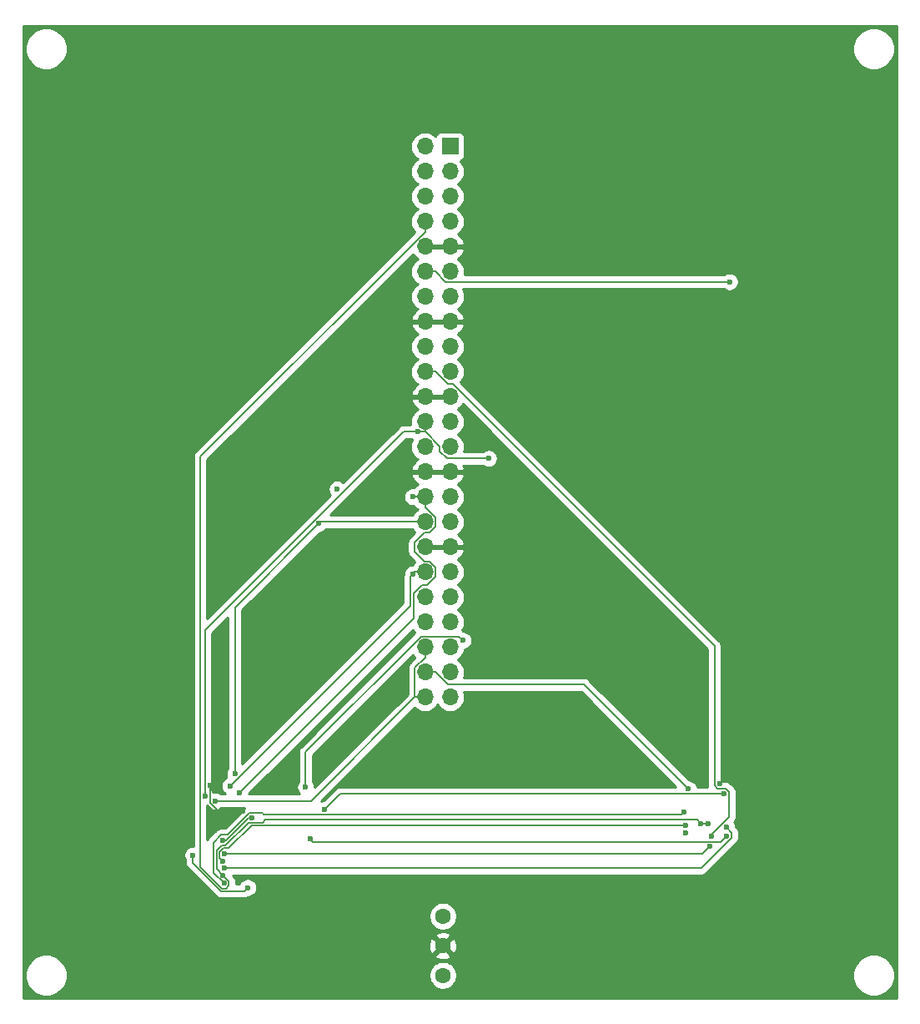
<source format=gbr>
G04 #@! TF.GenerationSoftware,KiCad,Pcbnew,(5.1.0-0)*
G04 #@! TF.CreationDate,2019-05-29T01:55:44-04:00*
G04 #@! TF.ProjectId,MacBook Pro 2016-up Data Recovery Breakout Adapter,4d616342-6f6f-46b2-9050-726f20323031,rev?*
G04 #@! TF.SameCoordinates,Original*
G04 #@! TF.FileFunction,Copper,L2,Bot*
G04 #@! TF.FilePolarity,Positive*
%FSLAX46Y46*%
G04 Gerber Fmt 4.6, Leading zero omitted, Abs format (unit mm)*
G04 Created by KiCad (PCBNEW (5.1.0-0)) date 2019-05-29 01:55:44*
%MOMM*%
%LPD*%
G04 APERTURE LIST*
%ADD10C,1.600000*%
%ADD11O,1.700000X1.700000*%
%ADD12R,1.700000X1.700000*%
%ADD13C,0.600000*%
%ADD14C,0.160000*%
%ADD15C,0.254000*%
G04 APERTURE END LIST*
D10*
X148250000Y-130000000D03*
X148250000Y-133000000D03*
X148250000Y-136000000D03*
D11*
X146460000Y-107780000D03*
X149000000Y-107780000D03*
X146460000Y-105240000D03*
X149000000Y-105240000D03*
X146460000Y-102700000D03*
X149000000Y-102700000D03*
X146460000Y-100160000D03*
X149000000Y-100160000D03*
X146460000Y-97620000D03*
X149000000Y-97620000D03*
X146460000Y-95080000D03*
X149000000Y-95080000D03*
X146460000Y-92540000D03*
X149000000Y-92540000D03*
X146460000Y-90000000D03*
X149000000Y-90000000D03*
X146460000Y-87460000D03*
X149000000Y-87460000D03*
X146460000Y-84920000D03*
X149000000Y-84920000D03*
X146460000Y-82380000D03*
X149000000Y-82380000D03*
X146460000Y-79840000D03*
X149000000Y-79840000D03*
X146460000Y-77300000D03*
X149000000Y-77300000D03*
X146460000Y-74760000D03*
X149000000Y-74760000D03*
X146460000Y-72220000D03*
X149000000Y-72220000D03*
X146460000Y-69680000D03*
X149000000Y-69680000D03*
X146460000Y-67140000D03*
X149000000Y-67140000D03*
X146460000Y-64600000D03*
X149000000Y-64600000D03*
X146460000Y-62060000D03*
X149000000Y-62060000D03*
X146460000Y-59520000D03*
X149000000Y-59520000D03*
X146460000Y-56980000D03*
X149000000Y-56980000D03*
X146460000Y-54440000D03*
X149000000Y-54440000D03*
X146460000Y-51900000D03*
D12*
X149000000Y-51900000D03*
D13*
X126641100Y-116785000D03*
X145193600Y-95306100D03*
X127918600Y-119390400D03*
X124667400Y-116767100D03*
X176334100Y-116545500D03*
X179097400Y-116245400D03*
X151230000Y-104020000D03*
X133030000Y-126500000D03*
X160310000Y-115830000D03*
X137390000Y-98500000D03*
X136430000Y-115210000D03*
X132530000Y-114700000D03*
X175195000Y-120600000D03*
X174467500Y-120600000D03*
X125940700Y-125864800D03*
X136244000Y-119181500D03*
X176835300Y-117587400D03*
X177367300Y-65640300D03*
X177074400Y-121000000D03*
X126098200Y-125144800D03*
X126111900Y-123680500D03*
X175343900Y-122935600D03*
X175535100Y-121908600D03*
X134813400Y-122161000D03*
X177060300Y-121861900D03*
X128450000Y-127100000D03*
X122900000Y-123800000D03*
X125175000Y-118326800D03*
X134323100Y-116885000D03*
X128863600Y-120046800D03*
X125931300Y-122300000D03*
X137534200Y-86679700D03*
X150310600Y-102030400D03*
X124127100Y-117828500D03*
X152910100Y-83554300D03*
X145691500Y-80854900D03*
X172944700Y-121517600D03*
X172930900Y-120756800D03*
X125894400Y-124432200D03*
X172714700Y-119446000D03*
X126049200Y-126669700D03*
X173164700Y-117095500D03*
X127638600Y-117517300D03*
X145190600Y-87460000D03*
X127146400Y-115581000D03*
X135638700Y-90182400D03*
D14*
X145193600Y-95306100D02*
X144923400Y-95576300D01*
X144923400Y-95576300D02*
X144923400Y-98502700D01*
X144923400Y-98502700D02*
X126641100Y-116785000D01*
X145419700Y-95080000D02*
X145193600Y-95306100D01*
X146460000Y-95080000D02*
X145419700Y-95080000D01*
X127918600Y-119390400D02*
X125530700Y-119390400D01*
X125530700Y-119390400D02*
X124667400Y-118527100D01*
X124667400Y-118527100D02*
X124667400Y-116767100D01*
X179097400Y-116245400D02*
X176634200Y-116245400D01*
X176634200Y-116245400D02*
X176334100Y-116545500D01*
X149000000Y-92540000D02*
X146460000Y-92540000D01*
X149000000Y-84920000D02*
X146460000Y-84920000D01*
X149000000Y-77300000D02*
X146460000Y-77300000D01*
X149000000Y-69680000D02*
X146460000Y-69680000D01*
X149000000Y-62060000D02*
X146460000Y-62060000D01*
X174467500Y-120600000D02*
X174086000Y-120218500D01*
X174086000Y-120218500D02*
X130266700Y-120218500D01*
X130266700Y-120218500D02*
X129948100Y-120537100D01*
X129948100Y-120537100D02*
X128508700Y-120537100D01*
X128508700Y-120537100D02*
X126207400Y-122838400D01*
X126207400Y-122838400D02*
X125825200Y-122838400D01*
X125825200Y-122838400D02*
X125299600Y-123364000D01*
X125299600Y-123364000D02*
X125299600Y-125223700D01*
X125299600Y-125223700D02*
X125940700Y-125864800D01*
X146460000Y-59520000D02*
X146460000Y-60560300D01*
X146460000Y-60560300D02*
X123629400Y-83390900D01*
X123629400Y-83390900D02*
X123629400Y-124995400D01*
X123629400Y-124995400D02*
X125819300Y-127185300D01*
X125819300Y-127185300D02*
X126270300Y-127185300D01*
X126270300Y-127185300D02*
X126539700Y-126915900D01*
X126539700Y-126915900D02*
X126539700Y-126463800D01*
X126539700Y-126463800D02*
X125940700Y-125864800D01*
X175195000Y-120600000D02*
X174467500Y-120600000D01*
X176835300Y-117587400D02*
X137838100Y-117587400D01*
X137838100Y-117587400D02*
X136244000Y-119181500D01*
X126098200Y-125144800D02*
X174501600Y-125144800D01*
X174501600Y-125144800D02*
X177603700Y-122042700D01*
X177603700Y-122042700D02*
X177603700Y-121529300D01*
X177603700Y-121529300D02*
X177074400Y-121000000D01*
X147500300Y-64600000D02*
X148540600Y-65640300D01*
X148540600Y-65640300D02*
X177367300Y-65640300D01*
X146460000Y-64600000D02*
X147500300Y-64600000D01*
X175343900Y-122935600D02*
X174599000Y-123680500D01*
X174599000Y-123680500D02*
X126111900Y-123680500D01*
X147500300Y-74760000D02*
X148770300Y-76030000D01*
X148770300Y-76030000D02*
X149252200Y-76030000D01*
X149252200Y-76030000D02*
X175831200Y-102609000D01*
X175831200Y-102609000D02*
X175831200Y-116755600D01*
X175831200Y-116755600D02*
X176123200Y-117047600D01*
X176123200Y-117047600D02*
X176999400Y-117047600D01*
X176999400Y-117047600D02*
X177332200Y-117380400D01*
X177332200Y-117380400D02*
X177332200Y-119926100D01*
X177332200Y-119926100D02*
X175535100Y-121723200D01*
X175535100Y-121723200D02*
X175535100Y-121908600D01*
X146460000Y-74760000D02*
X147500300Y-74760000D01*
X177060300Y-121861900D02*
X176476900Y-122445300D01*
X176476900Y-122445300D02*
X135097700Y-122445300D01*
X135097700Y-122445300D02*
X134813400Y-122161000D01*
X125707459Y-127455310D02*
X122850000Y-124597851D01*
X128094690Y-127455310D02*
X125707459Y-127455310D01*
X128450000Y-127100000D02*
X128094690Y-127455310D01*
X122850000Y-123850000D02*
X122900000Y-123800000D01*
X122850000Y-124597851D02*
X122850000Y-123850000D01*
X125175000Y-118326800D02*
X134872900Y-118326800D01*
X134872900Y-118326800D02*
X145419700Y-107780000D01*
X146460000Y-102700000D02*
X146460000Y-103740300D01*
X146460000Y-103740300D02*
X145419700Y-104780600D01*
X145419700Y-104780600D02*
X145419700Y-107780000D01*
X146460000Y-107780000D02*
X145419700Y-107780000D01*
X128863600Y-120046800D02*
X128534400Y-120046800D01*
X128534400Y-120046800D02*
X126281200Y-122300000D01*
X126281200Y-122300000D02*
X125931300Y-122300000D01*
X134323100Y-116885000D02*
X134323100Y-113354400D01*
X134323100Y-113354400D02*
X146044900Y-101632600D01*
X146044900Y-101632600D02*
X149912800Y-101632600D01*
X149912800Y-101632600D02*
X150310600Y-102030400D01*
X124127100Y-117828500D02*
X124127100Y-101000400D01*
X124127100Y-101000400D02*
X144272600Y-80854900D01*
X144272600Y-80854900D02*
X145691500Y-80854900D01*
X146460000Y-80854900D02*
X145691500Y-80854900D01*
X146460000Y-80854900D02*
X147959600Y-82354500D01*
X147959600Y-82354500D02*
X147959600Y-82862300D01*
X147959600Y-82862300D02*
X148651600Y-83554300D01*
X148651600Y-83554300D02*
X152910100Y-83554300D01*
X146460000Y-79840000D02*
X146460000Y-80854900D01*
X172930900Y-120756800D02*
X172880300Y-120807400D01*
X172880300Y-120807400D02*
X128846700Y-120807400D01*
X128846700Y-120807400D02*
X126545400Y-123108700D01*
X126545400Y-123108700D02*
X125985200Y-123108700D01*
X125985200Y-123108700D02*
X125574500Y-123519400D01*
X125574500Y-123519400D02*
X125574500Y-124112300D01*
X125574500Y-124112300D02*
X125894400Y-124432200D01*
X172714700Y-119446000D02*
X172460600Y-119700100D01*
X172460600Y-119700100D02*
X130091800Y-119700100D01*
X130091800Y-119700100D02*
X129948200Y-119556500D01*
X129948200Y-119556500D02*
X128641500Y-119556500D01*
X128641500Y-119556500D02*
X126447200Y-121750800D01*
X126447200Y-121750800D02*
X125787200Y-121750800D01*
X125787200Y-121750800D02*
X124993700Y-122544300D01*
X124993700Y-122544300D02*
X124993700Y-125614200D01*
X124993700Y-125614200D02*
X126049200Y-126669700D01*
X147500300Y-105240000D02*
X148770300Y-106510000D01*
X148770300Y-106510000D02*
X162579200Y-106510000D01*
X162579200Y-106510000D02*
X173164700Y-117095500D01*
X146460000Y-105240000D02*
X147500300Y-105240000D01*
X146460000Y-88500300D02*
X147536000Y-89576300D01*
X147536000Y-89576300D02*
X147536000Y-90458400D01*
X147536000Y-90458400D02*
X146954000Y-91040400D01*
X146954000Y-91040400D02*
X146427500Y-91040400D01*
X146427500Y-91040400D02*
X145374000Y-92093900D01*
X145374000Y-92093900D02*
X145374000Y-92986100D01*
X145374000Y-92986100D02*
X146427500Y-94039600D01*
X146427500Y-94039600D02*
X146954000Y-94039600D01*
X146954000Y-94039600D02*
X147500400Y-94586000D01*
X147500400Y-94586000D02*
X147500400Y-95574000D01*
X147500400Y-95574000D02*
X146648100Y-96426300D01*
X146648100Y-96426300D02*
X146166300Y-96426300D01*
X146166300Y-96426300D02*
X145328700Y-97263900D01*
X145328700Y-97263900D02*
X145328700Y-99827200D01*
X145328700Y-99827200D02*
X127638600Y-117517300D01*
X146460000Y-87460000D02*
X146460000Y-88500300D01*
X146460000Y-87460000D02*
X145419700Y-87460000D01*
X145419700Y-87460000D02*
X145190600Y-87460000D01*
X135638700Y-90182400D02*
X127146400Y-98674700D01*
X127146400Y-98674700D02*
X127146400Y-115581000D01*
X135638700Y-90182400D02*
X135821100Y-90000000D01*
X135821100Y-90000000D02*
X145487300Y-90000000D01*
X146460000Y-90000000D02*
X145487300Y-90000000D01*
D15*
G36*
X194340000Y-138340000D02*
G01*
X105660000Y-138340000D01*
X105660000Y-135789721D01*
X105865000Y-135789721D01*
X105865000Y-136210279D01*
X105947047Y-136622756D01*
X106107988Y-137011302D01*
X106341637Y-137360983D01*
X106639017Y-137658363D01*
X106988698Y-137892012D01*
X107377244Y-138052953D01*
X107789721Y-138135000D01*
X108210279Y-138135000D01*
X108622756Y-138052953D01*
X109011302Y-137892012D01*
X109360983Y-137658363D01*
X109658363Y-137360983D01*
X109892012Y-137011302D01*
X110052953Y-136622756D01*
X110135000Y-136210279D01*
X110135000Y-135858665D01*
X146815000Y-135858665D01*
X146815000Y-136141335D01*
X146870147Y-136418574D01*
X146978320Y-136679727D01*
X147135363Y-136914759D01*
X147335241Y-137114637D01*
X147570273Y-137271680D01*
X147831426Y-137379853D01*
X148108665Y-137435000D01*
X148391335Y-137435000D01*
X148668574Y-137379853D01*
X148929727Y-137271680D01*
X149164759Y-137114637D01*
X149364637Y-136914759D01*
X149521680Y-136679727D01*
X149629853Y-136418574D01*
X149685000Y-136141335D01*
X149685000Y-135858665D01*
X149671287Y-135789721D01*
X189865000Y-135789721D01*
X189865000Y-136210279D01*
X189947047Y-136622756D01*
X190107988Y-137011302D01*
X190341637Y-137360983D01*
X190639017Y-137658363D01*
X190988698Y-137892012D01*
X191377244Y-138052953D01*
X191789721Y-138135000D01*
X192210279Y-138135000D01*
X192622756Y-138052953D01*
X193011302Y-137892012D01*
X193360983Y-137658363D01*
X193658363Y-137360983D01*
X193892012Y-137011302D01*
X194052953Y-136622756D01*
X194135000Y-136210279D01*
X194135000Y-135789721D01*
X194052953Y-135377244D01*
X193892012Y-134988698D01*
X193658363Y-134639017D01*
X193360983Y-134341637D01*
X193011302Y-134107988D01*
X192622756Y-133947047D01*
X192210279Y-133865000D01*
X191789721Y-133865000D01*
X191377244Y-133947047D01*
X190988698Y-134107988D01*
X190639017Y-134341637D01*
X190341637Y-134639017D01*
X190107988Y-134988698D01*
X189947047Y-135377244D01*
X189865000Y-135789721D01*
X149671287Y-135789721D01*
X149629853Y-135581426D01*
X149521680Y-135320273D01*
X149364637Y-135085241D01*
X149164759Y-134885363D01*
X148929727Y-134728320D01*
X148668574Y-134620147D01*
X148391335Y-134565000D01*
X148108665Y-134565000D01*
X147831426Y-134620147D01*
X147570273Y-134728320D01*
X147335241Y-134885363D01*
X147135363Y-135085241D01*
X146978320Y-135320273D01*
X146870147Y-135581426D01*
X146815000Y-135858665D01*
X110135000Y-135858665D01*
X110135000Y-135789721D01*
X110052953Y-135377244D01*
X109892012Y-134988698D01*
X109658363Y-134639017D01*
X109360983Y-134341637D01*
X109011302Y-134107988D01*
X108732977Y-133992702D01*
X147436903Y-133992702D01*
X147508486Y-134236671D01*
X147763996Y-134357571D01*
X148038184Y-134426300D01*
X148320512Y-134440217D01*
X148600130Y-134398787D01*
X148866292Y-134303603D01*
X148991514Y-134236671D01*
X149063097Y-133992702D01*
X148250000Y-133179605D01*
X147436903Y-133992702D01*
X108732977Y-133992702D01*
X108622756Y-133947047D01*
X108210279Y-133865000D01*
X107789721Y-133865000D01*
X107377244Y-133947047D01*
X106988698Y-134107988D01*
X106639017Y-134341637D01*
X106341637Y-134639017D01*
X106107988Y-134988698D01*
X105947047Y-135377244D01*
X105865000Y-135789721D01*
X105660000Y-135789721D01*
X105660000Y-133070512D01*
X146809783Y-133070512D01*
X146851213Y-133350130D01*
X146946397Y-133616292D01*
X147013329Y-133741514D01*
X147257298Y-133813097D01*
X148070395Y-133000000D01*
X148429605Y-133000000D01*
X149242702Y-133813097D01*
X149486671Y-133741514D01*
X149607571Y-133486004D01*
X149676300Y-133211816D01*
X149690217Y-132929488D01*
X149648787Y-132649870D01*
X149553603Y-132383708D01*
X149486671Y-132258486D01*
X149242702Y-132186903D01*
X148429605Y-133000000D01*
X148070395Y-133000000D01*
X147257298Y-132186903D01*
X147013329Y-132258486D01*
X146892429Y-132513996D01*
X146823700Y-132788184D01*
X146809783Y-133070512D01*
X105660000Y-133070512D01*
X105660000Y-132007298D01*
X147436903Y-132007298D01*
X148250000Y-132820395D01*
X149063097Y-132007298D01*
X148991514Y-131763329D01*
X148736004Y-131642429D01*
X148461816Y-131573700D01*
X148179488Y-131559783D01*
X147899870Y-131601213D01*
X147633708Y-131696397D01*
X147508486Y-131763329D01*
X147436903Y-132007298D01*
X105660000Y-132007298D01*
X105660000Y-129858665D01*
X146815000Y-129858665D01*
X146815000Y-130141335D01*
X146870147Y-130418574D01*
X146978320Y-130679727D01*
X147135363Y-130914759D01*
X147335241Y-131114637D01*
X147570273Y-131271680D01*
X147831426Y-131379853D01*
X148108665Y-131435000D01*
X148391335Y-131435000D01*
X148668574Y-131379853D01*
X148929727Y-131271680D01*
X149164759Y-131114637D01*
X149364637Y-130914759D01*
X149521680Y-130679727D01*
X149629853Y-130418574D01*
X149685000Y-130141335D01*
X149685000Y-129858665D01*
X149629853Y-129581426D01*
X149521680Y-129320273D01*
X149364637Y-129085241D01*
X149164759Y-128885363D01*
X148929727Y-128728320D01*
X148668574Y-128620147D01*
X148391335Y-128565000D01*
X148108665Y-128565000D01*
X147831426Y-128620147D01*
X147570273Y-128728320D01*
X147335241Y-128885363D01*
X147135363Y-129085241D01*
X146978320Y-129320273D01*
X146870147Y-129581426D01*
X146815000Y-129858665D01*
X105660000Y-129858665D01*
X105660000Y-123707911D01*
X121965000Y-123707911D01*
X121965000Y-123892089D01*
X122000932Y-124072729D01*
X122071414Y-124242889D01*
X122135000Y-124338052D01*
X122135000Y-124562741D01*
X122131542Y-124597851D01*
X122135000Y-124632961D01*
X122135000Y-124632970D01*
X122145346Y-124738014D01*
X122186230Y-124872792D01*
X122252623Y-124997004D01*
X122341973Y-125105877D01*
X122369255Y-125128267D01*
X125177043Y-127936056D01*
X125199432Y-127963337D01*
X125308305Y-128052687D01*
X125432517Y-128119080D01*
X125567295Y-128159964D01*
X125672339Y-128170310D01*
X125672348Y-128170310D01*
X125707458Y-128173768D01*
X125742568Y-128170310D01*
X128059580Y-128170310D01*
X128094690Y-128173768D01*
X128129800Y-128170310D01*
X128129810Y-128170310D01*
X128234854Y-128159964D01*
X128369632Y-128119080D01*
X128493844Y-128052687D01*
X128515396Y-128035000D01*
X128542089Y-128035000D01*
X128722729Y-127999068D01*
X128892889Y-127928586D01*
X129046028Y-127826262D01*
X129176262Y-127696028D01*
X129278586Y-127542889D01*
X129349068Y-127372729D01*
X129385000Y-127192089D01*
X129385000Y-127007911D01*
X129349068Y-126827271D01*
X129278586Y-126657111D01*
X129176262Y-126503972D01*
X129046028Y-126373738D01*
X128892889Y-126271414D01*
X128722729Y-126200932D01*
X128542089Y-126165000D01*
X128357911Y-126165000D01*
X128177271Y-126200932D01*
X128007111Y-126271414D01*
X127853972Y-126373738D01*
X127723738Y-126503972D01*
X127621414Y-126657111D01*
X127586952Y-126740310D01*
X127254700Y-126740310D01*
X127254700Y-126498910D01*
X127258158Y-126463800D01*
X127254700Y-126428690D01*
X127254700Y-126428681D01*
X127244354Y-126323636D01*
X127203470Y-126188858D01*
X127137077Y-126064646D01*
X127047727Y-125955773D01*
X127020446Y-125933384D01*
X126946862Y-125859800D01*
X174466490Y-125859800D01*
X174501600Y-125863258D01*
X174536710Y-125859800D01*
X174536720Y-125859800D01*
X174641764Y-125849454D01*
X174776542Y-125808570D01*
X174900754Y-125742177D01*
X175009627Y-125652827D01*
X175032020Y-125625541D01*
X178084456Y-122573107D01*
X178111726Y-122550727D01*
X178134107Y-122523456D01*
X178134115Y-122523448D01*
X178198552Y-122444931D01*
X178201077Y-122441854D01*
X178267470Y-122317642D01*
X178308354Y-122182864D01*
X178318700Y-122077820D01*
X178318700Y-122077810D01*
X178322158Y-122042700D01*
X178318700Y-122007590D01*
X178318700Y-121564409D01*
X178322158Y-121529299D01*
X178318700Y-121494189D01*
X178318700Y-121494180D01*
X178308354Y-121389136D01*
X178267470Y-121254358D01*
X178201077Y-121130146D01*
X178111727Y-121021273D01*
X178084446Y-120998884D01*
X178009400Y-120923838D01*
X178009400Y-120907911D01*
X177973468Y-120727271D01*
X177902986Y-120557111D01*
X177827687Y-120444418D01*
X177840227Y-120434127D01*
X177929577Y-120325254D01*
X177995970Y-120201042D01*
X178036854Y-120066264D01*
X178047200Y-119961220D01*
X178047200Y-119961211D01*
X178050658Y-119926101D01*
X178047200Y-119890991D01*
X178047200Y-117415509D01*
X178050658Y-117380399D01*
X178047200Y-117345289D01*
X178047200Y-117345280D01*
X178036854Y-117240236D01*
X177995970Y-117105458D01*
X177929577Y-116981246D01*
X177840226Y-116872373D01*
X177812945Y-116849984D01*
X177529821Y-116566860D01*
X177507427Y-116539573D01*
X177398554Y-116450223D01*
X177274342Y-116383830D01*
X177139564Y-116342946D01*
X177034520Y-116332600D01*
X177034510Y-116332600D01*
X176999400Y-116329142D01*
X176964290Y-116332600D01*
X176546200Y-116332600D01*
X176546200Y-102644109D01*
X176549658Y-102608999D01*
X176546200Y-102573889D01*
X176546200Y-102573880D01*
X176535854Y-102468836D01*
X176494970Y-102334058D01*
X176428577Y-102209846D01*
X176339226Y-102100973D01*
X176311951Y-102078589D01*
X150051488Y-75818127D01*
X150055134Y-75815134D01*
X150240706Y-75589014D01*
X150378599Y-75331034D01*
X150463513Y-75051111D01*
X150492185Y-74760000D01*
X150463513Y-74468889D01*
X150378599Y-74188966D01*
X150240706Y-73930986D01*
X150055134Y-73704866D01*
X149829014Y-73519294D01*
X149774209Y-73490000D01*
X149829014Y-73460706D01*
X150055134Y-73275134D01*
X150240706Y-73049014D01*
X150378599Y-72791034D01*
X150463513Y-72511111D01*
X150492185Y-72220000D01*
X150463513Y-71928889D01*
X150378599Y-71648966D01*
X150240706Y-71390986D01*
X150055134Y-71164866D01*
X149829014Y-70979294D01*
X149764477Y-70944799D01*
X149881355Y-70875178D01*
X150097588Y-70680269D01*
X150271641Y-70446920D01*
X150396825Y-70184099D01*
X150441476Y-70036890D01*
X150320155Y-69807000D01*
X149127000Y-69807000D01*
X149127000Y-69827000D01*
X148873000Y-69827000D01*
X148873000Y-69807000D01*
X146587000Y-69807000D01*
X146587000Y-69827000D01*
X146333000Y-69827000D01*
X146333000Y-69807000D01*
X145139845Y-69807000D01*
X145018524Y-70036890D01*
X145063175Y-70184099D01*
X145188359Y-70446920D01*
X145362412Y-70680269D01*
X145578645Y-70875178D01*
X145695523Y-70944799D01*
X145630986Y-70979294D01*
X145404866Y-71164866D01*
X145219294Y-71390986D01*
X145081401Y-71648966D01*
X144996487Y-71928889D01*
X144967815Y-72220000D01*
X144996487Y-72511111D01*
X145081401Y-72791034D01*
X145219294Y-73049014D01*
X145404866Y-73275134D01*
X145630986Y-73460706D01*
X145685791Y-73490000D01*
X145630986Y-73519294D01*
X145404866Y-73704866D01*
X145219294Y-73930986D01*
X145081401Y-74188966D01*
X144996487Y-74468889D01*
X144967815Y-74760000D01*
X144996487Y-75051111D01*
X145081401Y-75331034D01*
X145219294Y-75589014D01*
X145404866Y-75815134D01*
X145630986Y-76000706D01*
X145695523Y-76035201D01*
X145578645Y-76104822D01*
X145362412Y-76299731D01*
X145188359Y-76533080D01*
X145063175Y-76795901D01*
X145018524Y-76943110D01*
X145139845Y-77173000D01*
X146333000Y-77173000D01*
X146333000Y-77153000D01*
X146587000Y-77153000D01*
X146587000Y-77173000D01*
X148873000Y-77173000D01*
X148873000Y-77153000D01*
X149127000Y-77153000D01*
X149127000Y-77173000D01*
X149147000Y-77173000D01*
X149147000Y-77427000D01*
X149127000Y-77427000D01*
X149127000Y-77447000D01*
X148873000Y-77447000D01*
X148873000Y-77427000D01*
X146587000Y-77427000D01*
X146587000Y-77447000D01*
X146333000Y-77447000D01*
X146333000Y-77427000D01*
X145139845Y-77427000D01*
X145018524Y-77656890D01*
X145063175Y-77804099D01*
X145188359Y-78066920D01*
X145362412Y-78300269D01*
X145578645Y-78495178D01*
X145695523Y-78564799D01*
X145630986Y-78599294D01*
X145404866Y-78784866D01*
X145219294Y-79010986D01*
X145081401Y-79268966D01*
X144996487Y-79548889D01*
X144967815Y-79840000D01*
X144996487Y-80131111D01*
X144999153Y-80139900D01*
X144307709Y-80139900D01*
X144272599Y-80136442D01*
X144237489Y-80139900D01*
X144237480Y-80139900D01*
X144132436Y-80150246D01*
X143997658Y-80191130D01*
X143873446Y-80257523D01*
X143764573Y-80346873D01*
X143742184Y-80374154D01*
X138146564Y-85969774D01*
X138130228Y-85953438D01*
X137977089Y-85851114D01*
X137806929Y-85780632D01*
X137626289Y-85744700D01*
X137442111Y-85744700D01*
X137261471Y-85780632D01*
X137091311Y-85851114D01*
X136938172Y-85953438D01*
X136807938Y-86083672D01*
X136705614Y-86236811D01*
X136635132Y-86406971D01*
X136599200Y-86587611D01*
X136599200Y-86771789D01*
X136635132Y-86952429D01*
X136705614Y-87122589D01*
X136807938Y-87275728D01*
X136824274Y-87292064D01*
X124344400Y-99771939D01*
X124344400Y-83687061D01*
X145195273Y-62836189D01*
X145362412Y-63060269D01*
X145578645Y-63255178D01*
X145695523Y-63324799D01*
X145630986Y-63359294D01*
X145404866Y-63544866D01*
X145219294Y-63770986D01*
X145081401Y-64028966D01*
X144996487Y-64308889D01*
X144967815Y-64600000D01*
X144996487Y-64891111D01*
X145081401Y-65171034D01*
X145219294Y-65429014D01*
X145404866Y-65655134D01*
X145630986Y-65840706D01*
X145685791Y-65870000D01*
X145630986Y-65899294D01*
X145404866Y-66084866D01*
X145219294Y-66310986D01*
X145081401Y-66568966D01*
X144996487Y-66848889D01*
X144967815Y-67140000D01*
X144996487Y-67431111D01*
X145081401Y-67711034D01*
X145219294Y-67969014D01*
X145404866Y-68195134D01*
X145630986Y-68380706D01*
X145695523Y-68415201D01*
X145578645Y-68484822D01*
X145362412Y-68679731D01*
X145188359Y-68913080D01*
X145063175Y-69175901D01*
X145018524Y-69323110D01*
X145139845Y-69553000D01*
X146333000Y-69553000D01*
X146333000Y-69533000D01*
X146587000Y-69533000D01*
X146587000Y-69553000D01*
X148873000Y-69553000D01*
X148873000Y-69533000D01*
X149127000Y-69533000D01*
X149127000Y-69553000D01*
X150320155Y-69553000D01*
X150441476Y-69323110D01*
X150396825Y-69175901D01*
X150271641Y-68913080D01*
X150097588Y-68679731D01*
X149881355Y-68484822D01*
X149764477Y-68415201D01*
X149829014Y-68380706D01*
X150055134Y-68195134D01*
X150240706Y-67969014D01*
X150378599Y-67711034D01*
X150463513Y-67431111D01*
X150492185Y-67140000D01*
X150463513Y-66848889D01*
X150378599Y-66568966D01*
X150264392Y-66355300D01*
X176760010Y-66355300D01*
X176771272Y-66366562D01*
X176924411Y-66468886D01*
X177094571Y-66539368D01*
X177275211Y-66575300D01*
X177459389Y-66575300D01*
X177640029Y-66539368D01*
X177810189Y-66468886D01*
X177963328Y-66366562D01*
X178093562Y-66236328D01*
X178195886Y-66083189D01*
X178266368Y-65913029D01*
X178302300Y-65732389D01*
X178302300Y-65548211D01*
X178266368Y-65367571D01*
X178195886Y-65197411D01*
X178093562Y-65044272D01*
X177963328Y-64914038D01*
X177810189Y-64811714D01*
X177640029Y-64741232D01*
X177459389Y-64705300D01*
X177275211Y-64705300D01*
X177094571Y-64741232D01*
X176924411Y-64811714D01*
X176771272Y-64914038D01*
X176760010Y-64925300D01*
X150453142Y-64925300D01*
X150463513Y-64891111D01*
X150492185Y-64600000D01*
X150463513Y-64308889D01*
X150378599Y-64028966D01*
X150240706Y-63770986D01*
X150055134Y-63544866D01*
X149829014Y-63359294D01*
X149764477Y-63324799D01*
X149881355Y-63255178D01*
X150097588Y-63060269D01*
X150271641Y-62826920D01*
X150396825Y-62564099D01*
X150441476Y-62416890D01*
X150320155Y-62187000D01*
X149127000Y-62187000D01*
X149127000Y-62207000D01*
X148873000Y-62207000D01*
X148873000Y-62187000D01*
X146587000Y-62187000D01*
X146587000Y-62207000D01*
X146333000Y-62207000D01*
X146333000Y-62187000D01*
X146313000Y-62187000D01*
X146313000Y-61933000D01*
X146333000Y-61933000D01*
X146333000Y-61913000D01*
X146587000Y-61913000D01*
X146587000Y-61933000D01*
X148873000Y-61933000D01*
X148873000Y-61913000D01*
X149127000Y-61913000D01*
X149127000Y-61933000D01*
X150320155Y-61933000D01*
X150441476Y-61703110D01*
X150396825Y-61555901D01*
X150271641Y-61293080D01*
X150097588Y-61059731D01*
X149881355Y-60864822D01*
X149764477Y-60795201D01*
X149829014Y-60760706D01*
X150055134Y-60575134D01*
X150240706Y-60349014D01*
X150378599Y-60091034D01*
X150463513Y-59811111D01*
X150492185Y-59520000D01*
X150463513Y-59228889D01*
X150378599Y-58948966D01*
X150240706Y-58690986D01*
X150055134Y-58464866D01*
X149829014Y-58279294D01*
X149774209Y-58250000D01*
X149829014Y-58220706D01*
X150055134Y-58035134D01*
X150240706Y-57809014D01*
X150378599Y-57551034D01*
X150463513Y-57271111D01*
X150492185Y-56980000D01*
X150463513Y-56688889D01*
X150378599Y-56408966D01*
X150240706Y-56150986D01*
X150055134Y-55924866D01*
X149829014Y-55739294D01*
X149774209Y-55710000D01*
X149829014Y-55680706D01*
X150055134Y-55495134D01*
X150240706Y-55269014D01*
X150378599Y-55011034D01*
X150463513Y-54731111D01*
X150492185Y-54440000D01*
X150463513Y-54148889D01*
X150378599Y-53868966D01*
X150240706Y-53610986D01*
X150055134Y-53384866D01*
X150025313Y-53360393D01*
X150094180Y-53339502D01*
X150204494Y-53280537D01*
X150301185Y-53201185D01*
X150380537Y-53104494D01*
X150439502Y-52994180D01*
X150475812Y-52874482D01*
X150488072Y-52750000D01*
X150488072Y-51050000D01*
X150475812Y-50925518D01*
X150439502Y-50805820D01*
X150380537Y-50695506D01*
X150301185Y-50598815D01*
X150204494Y-50519463D01*
X150094180Y-50460498D01*
X149974482Y-50424188D01*
X149850000Y-50411928D01*
X148150000Y-50411928D01*
X148025518Y-50424188D01*
X147905820Y-50460498D01*
X147795506Y-50519463D01*
X147698815Y-50598815D01*
X147619463Y-50695506D01*
X147560498Y-50805820D01*
X147539607Y-50874687D01*
X147515134Y-50844866D01*
X147289014Y-50659294D01*
X147031034Y-50521401D01*
X146751111Y-50436487D01*
X146532950Y-50415000D01*
X146387050Y-50415000D01*
X146168889Y-50436487D01*
X145888966Y-50521401D01*
X145630986Y-50659294D01*
X145404866Y-50844866D01*
X145219294Y-51070986D01*
X145081401Y-51328966D01*
X144996487Y-51608889D01*
X144967815Y-51900000D01*
X144996487Y-52191111D01*
X145081401Y-52471034D01*
X145219294Y-52729014D01*
X145404866Y-52955134D01*
X145630986Y-53140706D01*
X145685791Y-53170000D01*
X145630986Y-53199294D01*
X145404866Y-53384866D01*
X145219294Y-53610986D01*
X145081401Y-53868966D01*
X144996487Y-54148889D01*
X144967815Y-54440000D01*
X144996487Y-54731111D01*
X145081401Y-55011034D01*
X145219294Y-55269014D01*
X145404866Y-55495134D01*
X145630986Y-55680706D01*
X145685791Y-55710000D01*
X145630986Y-55739294D01*
X145404866Y-55924866D01*
X145219294Y-56150986D01*
X145081401Y-56408966D01*
X144996487Y-56688889D01*
X144967815Y-56980000D01*
X144996487Y-57271111D01*
X145081401Y-57551034D01*
X145219294Y-57809014D01*
X145404866Y-58035134D01*
X145630986Y-58220706D01*
X145685791Y-58250000D01*
X145630986Y-58279294D01*
X145404866Y-58464866D01*
X145219294Y-58690986D01*
X145081401Y-58948966D01*
X144996487Y-59228889D01*
X144967815Y-59520000D01*
X144996487Y-59811111D01*
X145081401Y-60091034D01*
X145219294Y-60349014D01*
X145404866Y-60575134D01*
X145420870Y-60588268D01*
X123148655Y-82860484D01*
X123121373Y-82882874D01*
X123032023Y-82991747D01*
X122965630Y-83115959D01*
X122924746Y-83250737D01*
X122914400Y-83355781D01*
X122914400Y-83355790D01*
X122910942Y-83390900D01*
X122914400Y-83426010D01*
X122914401Y-122865000D01*
X122807911Y-122865000D01*
X122627271Y-122900932D01*
X122457111Y-122971414D01*
X122303972Y-123073738D01*
X122173738Y-123203972D01*
X122071414Y-123357111D01*
X122000932Y-123527271D01*
X121965000Y-123707911D01*
X105660000Y-123707911D01*
X105660000Y-41789721D01*
X105865000Y-41789721D01*
X105865000Y-42210279D01*
X105947047Y-42622756D01*
X106107988Y-43011302D01*
X106341637Y-43360983D01*
X106639017Y-43658363D01*
X106988698Y-43892012D01*
X107377244Y-44052953D01*
X107789721Y-44135000D01*
X108210279Y-44135000D01*
X108622756Y-44052953D01*
X109011302Y-43892012D01*
X109360983Y-43658363D01*
X109658363Y-43360983D01*
X109892012Y-43011302D01*
X110052953Y-42622756D01*
X110135000Y-42210279D01*
X110135000Y-41789721D01*
X189865000Y-41789721D01*
X189865000Y-42210279D01*
X189947047Y-42622756D01*
X190107988Y-43011302D01*
X190341637Y-43360983D01*
X190639017Y-43658363D01*
X190988698Y-43892012D01*
X191377244Y-44052953D01*
X191789721Y-44135000D01*
X192210279Y-44135000D01*
X192622756Y-44052953D01*
X193011302Y-43892012D01*
X193360983Y-43658363D01*
X193658363Y-43360983D01*
X193892012Y-43011302D01*
X194052953Y-42622756D01*
X194135000Y-42210279D01*
X194135000Y-41789721D01*
X194052953Y-41377244D01*
X193892012Y-40988698D01*
X193658363Y-40639017D01*
X193360983Y-40341637D01*
X193011302Y-40107988D01*
X192622756Y-39947047D01*
X192210279Y-39865000D01*
X191789721Y-39865000D01*
X191377244Y-39947047D01*
X190988698Y-40107988D01*
X190639017Y-40341637D01*
X190341637Y-40639017D01*
X190107988Y-40988698D01*
X189947047Y-41377244D01*
X189865000Y-41789721D01*
X110135000Y-41789721D01*
X110052953Y-41377244D01*
X109892012Y-40988698D01*
X109658363Y-40639017D01*
X109360983Y-40341637D01*
X109011302Y-40107988D01*
X108622756Y-39947047D01*
X108210279Y-39865000D01*
X107789721Y-39865000D01*
X107377244Y-39947047D01*
X106988698Y-40107988D01*
X106639017Y-40341637D01*
X106341637Y-40639017D01*
X106107988Y-40988698D01*
X105947047Y-41377244D01*
X105865000Y-41789721D01*
X105660000Y-41789721D01*
X105660000Y-39660000D01*
X194340001Y-39660000D01*
X194340000Y-138340000D01*
X194340000Y-138340000D01*
G37*
X194340000Y-138340000D02*
X105660000Y-138340000D01*
X105660000Y-135789721D01*
X105865000Y-135789721D01*
X105865000Y-136210279D01*
X105947047Y-136622756D01*
X106107988Y-137011302D01*
X106341637Y-137360983D01*
X106639017Y-137658363D01*
X106988698Y-137892012D01*
X107377244Y-138052953D01*
X107789721Y-138135000D01*
X108210279Y-138135000D01*
X108622756Y-138052953D01*
X109011302Y-137892012D01*
X109360983Y-137658363D01*
X109658363Y-137360983D01*
X109892012Y-137011302D01*
X110052953Y-136622756D01*
X110135000Y-136210279D01*
X110135000Y-135858665D01*
X146815000Y-135858665D01*
X146815000Y-136141335D01*
X146870147Y-136418574D01*
X146978320Y-136679727D01*
X147135363Y-136914759D01*
X147335241Y-137114637D01*
X147570273Y-137271680D01*
X147831426Y-137379853D01*
X148108665Y-137435000D01*
X148391335Y-137435000D01*
X148668574Y-137379853D01*
X148929727Y-137271680D01*
X149164759Y-137114637D01*
X149364637Y-136914759D01*
X149521680Y-136679727D01*
X149629853Y-136418574D01*
X149685000Y-136141335D01*
X149685000Y-135858665D01*
X149671287Y-135789721D01*
X189865000Y-135789721D01*
X189865000Y-136210279D01*
X189947047Y-136622756D01*
X190107988Y-137011302D01*
X190341637Y-137360983D01*
X190639017Y-137658363D01*
X190988698Y-137892012D01*
X191377244Y-138052953D01*
X191789721Y-138135000D01*
X192210279Y-138135000D01*
X192622756Y-138052953D01*
X193011302Y-137892012D01*
X193360983Y-137658363D01*
X193658363Y-137360983D01*
X193892012Y-137011302D01*
X194052953Y-136622756D01*
X194135000Y-136210279D01*
X194135000Y-135789721D01*
X194052953Y-135377244D01*
X193892012Y-134988698D01*
X193658363Y-134639017D01*
X193360983Y-134341637D01*
X193011302Y-134107988D01*
X192622756Y-133947047D01*
X192210279Y-133865000D01*
X191789721Y-133865000D01*
X191377244Y-133947047D01*
X190988698Y-134107988D01*
X190639017Y-134341637D01*
X190341637Y-134639017D01*
X190107988Y-134988698D01*
X189947047Y-135377244D01*
X189865000Y-135789721D01*
X149671287Y-135789721D01*
X149629853Y-135581426D01*
X149521680Y-135320273D01*
X149364637Y-135085241D01*
X149164759Y-134885363D01*
X148929727Y-134728320D01*
X148668574Y-134620147D01*
X148391335Y-134565000D01*
X148108665Y-134565000D01*
X147831426Y-134620147D01*
X147570273Y-134728320D01*
X147335241Y-134885363D01*
X147135363Y-135085241D01*
X146978320Y-135320273D01*
X146870147Y-135581426D01*
X146815000Y-135858665D01*
X110135000Y-135858665D01*
X110135000Y-135789721D01*
X110052953Y-135377244D01*
X109892012Y-134988698D01*
X109658363Y-134639017D01*
X109360983Y-134341637D01*
X109011302Y-134107988D01*
X108732977Y-133992702D01*
X147436903Y-133992702D01*
X147508486Y-134236671D01*
X147763996Y-134357571D01*
X148038184Y-134426300D01*
X148320512Y-134440217D01*
X148600130Y-134398787D01*
X148866292Y-134303603D01*
X148991514Y-134236671D01*
X149063097Y-133992702D01*
X148250000Y-133179605D01*
X147436903Y-133992702D01*
X108732977Y-133992702D01*
X108622756Y-133947047D01*
X108210279Y-133865000D01*
X107789721Y-133865000D01*
X107377244Y-133947047D01*
X106988698Y-134107988D01*
X106639017Y-134341637D01*
X106341637Y-134639017D01*
X106107988Y-134988698D01*
X105947047Y-135377244D01*
X105865000Y-135789721D01*
X105660000Y-135789721D01*
X105660000Y-133070512D01*
X146809783Y-133070512D01*
X146851213Y-133350130D01*
X146946397Y-133616292D01*
X147013329Y-133741514D01*
X147257298Y-133813097D01*
X148070395Y-133000000D01*
X148429605Y-133000000D01*
X149242702Y-133813097D01*
X149486671Y-133741514D01*
X149607571Y-133486004D01*
X149676300Y-133211816D01*
X149690217Y-132929488D01*
X149648787Y-132649870D01*
X149553603Y-132383708D01*
X149486671Y-132258486D01*
X149242702Y-132186903D01*
X148429605Y-133000000D01*
X148070395Y-133000000D01*
X147257298Y-132186903D01*
X147013329Y-132258486D01*
X146892429Y-132513996D01*
X146823700Y-132788184D01*
X146809783Y-133070512D01*
X105660000Y-133070512D01*
X105660000Y-132007298D01*
X147436903Y-132007298D01*
X148250000Y-132820395D01*
X149063097Y-132007298D01*
X148991514Y-131763329D01*
X148736004Y-131642429D01*
X148461816Y-131573700D01*
X148179488Y-131559783D01*
X147899870Y-131601213D01*
X147633708Y-131696397D01*
X147508486Y-131763329D01*
X147436903Y-132007298D01*
X105660000Y-132007298D01*
X105660000Y-129858665D01*
X146815000Y-129858665D01*
X146815000Y-130141335D01*
X146870147Y-130418574D01*
X146978320Y-130679727D01*
X147135363Y-130914759D01*
X147335241Y-131114637D01*
X147570273Y-131271680D01*
X147831426Y-131379853D01*
X148108665Y-131435000D01*
X148391335Y-131435000D01*
X148668574Y-131379853D01*
X148929727Y-131271680D01*
X149164759Y-131114637D01*
X149364637Y-130914759D01*
X149521680Y-130679727D01*
X149629853Y-130418574D01*
X149685000Y-130141335D01*
X149685000Y-129858665D01*
X149629853Y-129581426D01*
X149521680Y-129320273D01*
X149364637Y-129085241D01*
X149164759Y-128885363D01*
X148929727Y-128728320D01*
X148668574Y-128620147D01*
X148391335Y-128565000D01*
X148108665Y-128565000D01*
X147831426Y-128620147D01*
X147570273Y-128728320D01*
X147335241Y-128885363D01*
X147135363Y-129085241D01*
X146978320Y-129320273D01*
X146870147Y-129581426D01*
X146815000Y-129858665D01*
X105660000Y-129858665D01*
X105660000Y-123707911D01*
X121965000Y-123707911D01*
X121965000Y-123892089D01*
X122000932Y-124072729D01*
X122071414Y-124242889D01*
X122135000Y-124338052D01*
X122135000Y-124562741D01*
X122131542Y-124597851D01*
X122135000Y-124632961D01*
X122135000Y-124632970D01*
X122145346Y-124738014D01*
X122186230Y-124872792D01*
X122252623Y-124997004D01*
X122341973Y-125105877D01*
X122369255Y-125128267D01*
X125177043Y-127936056D01*
X125199432Y-127963337D01*
X125308305Y-128052687D01*
X125432517Y-128119080D01*
X125567295Y-128159964D01*
X125672339Y-128170310D01*
X125672348Y-128170310D01*
X125707458Y-128173768D01*
X125742568Y-128170310D01*
X128059580Y-128170310D01*
X128094690Y-128173768D01*
X128129800Y-128170310D01*
X128129810Y-128170310D01*
X128234854Y-128159964D01*
X128369632Y-128119080D01*
X128493844Y-128052687D01*
X128515396Y-128035000D01*
X128542089Y-128035000D01*
X128722729Y-127999068D01*
X128892889Y-127928586D01*
X129046028Y-127826262D01*
X129176262Y-127696028D01*
X129278586Y-127542889D01*
X129349068Y-127372729D01*
X129385000Y-127192089D01*
X129385000Y-127007911D01*
X129349068Y-126827271D01*
X129278586Y-126657111D01*
X129176262Y-126503972D01*
X129046028Y-126373738D01*
X128892889Y-126271414D01*
X128722729Y-126200932D01*
X128542089Y-126165000D01*
X128357911Y-126165000D01*
X128177271Y-126200932D01*
X128007111Y-126271414D01*
X127853972Y-126373738D01*
X127723738Y-126503972D01*
X127621414Y-126657111D01*
X127586952Y-126740310D01*
X127254700Y-126740310D01*
X127254700Y-126498910D01*
X127258158Y-126463800D01*
X127254700Y-126428690D01*
X127254700Y-126428681D01*
X127244354Y-126323636D01*
X127203470Y-126188858D01*
X127137077Y-126064646D01*
X127047727Y-125955773D01*
X127020446Y-125933384D01*
X126946862Y-125859800D01*
X174466490Y-125859800D01*
X174501600Y-125863258D01*
X174536710Y-125859800D01*
X174536720Y-125859800D01*
X174641764Y-125849454D01*
X174776542Y-125808570D01*
X174900754Y-125742177D01*
X175009627Y-125652827D01*
X175032020Y-125625541D01*
X178084456Y-122573107D01*
X178111726Y-122550727D01*
X178134107Y-122523456D01*
X178134115Y-122523448D01*
X178198552Y-122444931D01*
X178201077Y-122441854D01*
X178267470Y-122317642D01*
X178308354Y-122182864D01*
X178318700Y-122077820D01*
X178318700Y-122077810D01*
X178322158Y-122042700D01*
X178318700Y-122007590D01*
X178318700Y-121564409D01*
X178322158Y-121529299D01*
X178318700Y-121494189D01*
X178318700Y-121494180D01*
X178308354Y-121389136D01*
X178267470Y-121254358D01*
X178201077Y-121130146D01*
X178111727Y-121021273D01*
X178084446Y-120998884D01*
X178009400Y-120923838D01*
X178009400Y-120907911D01*
X177973468Y-120727271D01*
X177902986Y-120557111D01*
X177827687Y-120444418D01*
X177840227Y-120434127D01*
X177929577Y-120325254D01*
X177995970Y-120201042D01*
X178036854Y-120066264D01*
X178047200Y-119961220D01*
X178047200Y-119961211D01*
X178050658Y-119926101D01*
X178047200Y-119890991D01*
X178047200Y-117415509D01*
X178050658Y-117380399D01*
X178047200Y-117345289D01*
X178047200Y-117345280D01*
X178036854Y-117240236D01*
X177995970Y-117105458D01*
X177929577Y-116981246D01*
X177840226Y-116872373D01*
X177812945Y-116849984D01*
X177529821Y-116566860D01*
X177507427Y-116539573D01*
X177398554Y-116450223D01*
X177274342Y-116383830D01*
X177139564Y-116342946D01*
X177034520Y-116332600D01*
X177034510Y-116332600D01*
X176999400Y-116329142D01*
X176964290Y-116332600D01*
X176546200Y-116332600D01*
X176546200Y-102644109D01*
X176549658Y-102608999D01*
X176546200Y-102573889D01*
X176546200Y-102573880D01*
X176535854Y-102468836D01*
X176494970Y-102334058D01*
X176428577Y-102209846D01*
X176339226Y-102100973D01*
X176311951Y-102078589D01*
X150051488Y-75818127D01*
X150055134Y-75815134D01*
X150240706Y-75589014D01*
X150378599Y-75331034D01*
X150463513Y-75051111D01*
X150492185Y-74760000D01*
X150463513Y-74468889D01*
X150378599Y-74188966D01*
X150240706Y-73930986D01*
X150055134Y-73704866D01*
X149829014Y-73519294D01*
X149774209Y-73490000D01*
X149829014Y-73460706D01*
X150055134Y-73275134D01*
X150240706Y-73049014D01*
X150378599Y-72791034D01*
X150463513Y-72511111D01*
X150492185Y-72220000D01*
X150463513Y-71928889D01*
X150378599Y-71648966D01*
X150240706Y-71390986D01*
X150055134Y-71164866D01*
X149829014Y-70979294D01*
X149764477Y-70944799D01*
X149881355Y-70875178D01*
X150097588Y-70680269D01*
X150271641Y-70446920D01*
X150396825Y-70184099D01*
X150441476Y-70036890D01*
X150320155Y-69807000D01*
X149127000Y-69807000D01*
X149127000Y-69827000D01*
X148873000Y-69827000D01*
X148873000Y-69807000D01*
X146587000Y-69807000D01*
X146587000Y-69827000D01*
X146333000Y-69827000D01*
X146333000Y-69807000D01*
X145139845Y-69807000D01*
X145018524Y-70036890D01*
X145063175Y-70184099D01*
X145188359Y-70446920D01*
X145362412Y-70680269D01*
X145578645Y-70875178D01*
X145695523Y-70944799D01*
X145630986Y-70979294D01*
X145404866Y-71164866D01*
X145219294Y-71390986D01*
X145081401Y-71648966D01*
X144996487Y-71928889D01*
X144967815Y-72220000D01*
X144996487Y-72511111D01*
X145081401Y-72791034D01*
X145219294Y-73049014D01*
X145404866Y-73275134D01*
X145630986Y-73460706D01*
X145685791Y-73490000D01*
X145630986Y-73519294D01*
X145404866Y-73704866D01*
X145219294Y-73930986D01*
X145081401Y-74188966D01*
X144996487Y-74468889D01*
X144967815Y-74760000D01*
X144996487Y-75051111D01*
X145081401Y-75331034D01*
X145219294Y-75589014D01*
X145404866Y-75815134D01*
X145630986Y-76000706D01*
X145695523Y-76035201D01*
X145578645Y-76104822D01*
X145362412Y-76299731D01*
X145188359Y-76533080D01*
X145063175Y-76795901D01*
X145018524Y-76943110D01*
X145139845Y-77173000D01*
X146333000Y-77173000D01*
X146333000Y-77153000D01*
X146587000Y-77153000D01*
X146587000Y-77173000D01*
X148873000Y-77173000D01*
X148873000Y-77153000D01*
X149127000Y-77153000D01*
X149127000Y-77173000D01*
X149147000Y-77173000D01*
X149147000Y-77427000D01*
X149127000Y-77427000D01*
X149127000Y-77447000D01*
X148873000Y-77447000D01*
X148873000Y-77427000D01*
X146587000Y-77427000D01*
X146587000Y-77447000D01*
X146333000Y-77447000D01*
X146333000Y-77427000D01*
X145139845Y-77427000D01*
X145018524Y-77656890D01*
X145063175Y-77804099D01*
X145188359Y-78066920D01*
X145362412Y-78300269D01*
X145578645Y-78495178D01*
X145695523Y-78564799D01*
X145630986Y-78599294D01*
X145404866Y-78784866D01*
X145219294Y-79010986D01*
X145081401Y-79268966D01*
X144996487Y-79548889D01*
X144967815Y-79840000D01*
X144996487Y-80131111D01*
X144999153Y-80139900D01*
X144307709Y-80139900D01*
X144272599Y-80136442D01*
X144237489Y-80139900D01*
X144237480Y-80139900D01*
X144132436Y-80150246D01*
X143997658Y-80191130D01*
X143873446Y-80257523D01*
X143764573Y-80346873D01*
X143742184Y-80374154D01*
X138146564Y-85969774D01*
X138130228Y-85953438D01*
X137977089Y-85851114D01*
X137806929Y-85780632D01*
X137626289Y-85744700D01*
X137442111Y-85744700D01*
X137261471Y-85780632D01*
X137091311Y-85851114D01*
X136938172Y-85953438D01*
X136807938Y-86083672D01*
X136705614Y-86236811D01*
X136635132Y-86406971D01*
X136599200Y-86587611D01*
X136599200Y-86771789D01*
X136635132Y-86952429D01*
X136705614Y-87122589D01*
X136807938Y-87275728D01*
X136824274Y-87292064D01*
X124344400Y-99771939D01*
X124344400Y-83687061D01*
X145195273Y-62836189D01*
X145362412Y-63060269D01*
X145578645Y-63255178D01*
X145695523Y-63324799D01*
X145630986Y-63359294D01*
X145404866Y-63544866D01*
X145219294Y-63770986D01*
X145081401Y-64028966D01*
X144996487Y-64308889D01*
X144967815Y-64600000D01*
X144996487Y-64891111D01*
X145081401Y-65171034D01*
X145219294Y-65429014D01*
X145404866Y-65655134D01*
X145630986Y-65840706D01*
X145685791Y-65870000D01*
X145630986Y-65899294D01*
X145404866Y-66084866D01*
X145219294Y-66310986D01*
X145081401Y-66568966D01*
X144996487Y-66848889D01*
X144967815Y-67140000D01*
X144996487Y-67431111D01*
X145081401Y-67711034D01*
X145219294Y-67969014D01*
X145404866Y-68195134D01*
X145630986Y-68380706D01*
X145695523Y-68415201D01*
X145578645Y-68484822D01*
X145362412Y-68679731D01*
X145188359Y-68913080D01*
X145063175Y-69175901D01*
X145018524Y-69323110D01*
X145139845Y-69553000D01*
X146333000Y-69553000D01*
X146333000Y-69533000D01*
X146587000Y-69533000D01*
X146587000Y-69553000D01*
X148873000Y-69553000D01*
X148873000Y-69533000D01*
X149127000Y-69533000D01*
X149127000Y-69553000D01*
X150320155Y-69553000D01*
X150441476Y-69323110D01*
X150396825Y-69175901D01*
X150271641Y-68913080D01*
X150097588Y-68679731D01*
X149881355Y-68484822D01*
X149764477Y-68415201D01*
X149829014Y-68380706D01*
X150055134Y-68195134D01*
X150240706Y-67969014D01*
X150378599Y-67711034D01*
X150463513Y-67431111D01*
X150492185Y-67140000D01*
X150463513Y-66848889D01*
X150378599Y-66568966D01*
X150264392Y-66355300D01*
X176760010Y-66355300D01*
X176771272Y-66366562D01*
X176924411Y-66468886D01*
X177094571Y-66539368D01*
X177275211Y-66575300D01*
X177459389Y-66575300D01*
X177640029Y-66539368D01*
X177810189Y-66468886D01*
X177963328Y-66366562D01*
X178093562Y-66236328D01*
X178195886Y-66083189D01*
X178266368Y-65913029D01*
X178302300Y-65732389D01*
X178302300Y-65548211D01*
X178266368Y-65367571D01*
X178195886Y-65197411D01*
X178093562Y-65044272D01*
X177963328Y-64914038D01*
X177810189Y-64811714D01*
X177640029Y-64741232D01*
X177459389Y-64705300D01*
X177275211Y-64705300D01*
X177094571Y-64741232D01*
X176924411Y-64811714D01*
X176771272Y-64914038D01*
X176760010Y-64925300D01*
X150453142Y-64925300D01*
X150463513Y-64891111D01*
X150492185Y-64600000D01*
X150463513Y-64308889D01*
X150378599Y-64028966D01*
X150240706Y-63770986D01*
X150055134Y-63544866D01*
X149829014Y-63359294D01*
X149764477Y-63324799D01*
X149881355Y-63255178D01*
X150097588Y-63060269D01*
X150271641Y-62826920D01*
X150396825Y-62564099D01*
X150441476Y-62416890D01*
X150320155Y-62187000D01*
X149127000Y-62187000D01*
X149127000Y-62207000D01*
X148873000Y-62207000D01*
X148873000Y-62187000D01*
X146587000Y-62187000D01*
X146587000Y-62207000D01*
X146333000Y-62207000D01*
X146333000Y-62187000D01*
X146313000Y-62187000D01*
X146313000Y-61933000D01*
X146333000Y-61933000D01*
X146333000Y-61913000D01*
X146587000Y-61913000D01*
X146587000Y-61933000D01*
X148873000Y-61933000D01*
X148873000Y-61913000D01*
X149127000Y-61913000D01*
X149127000Y-61933000D01*
X150320155Y-61933000D01*
X150441476Y-61703110D01*
X150396825Y-61555901D01*
X150271641Y-61293080D01*
X150097588Y-61059731D01*
X149881355Y-60864822D01*
X149764477Y-60795201D01*
X149829014Y-60760706D01*
X150055134Y-60575134D01*
X150240706Y-60349014D01*
X150378599Y-60091034D01*
X150463513Y-59811111D01*
X150492185Y-59520000D01*
X150463513Y-59228889D01*
X150378599Y-58948966D01*
X150240706Y-58690986D01*
X150055134Y-58464866D01*
X149829014Y-58279294D01*
X149774209Y-58250000D01*
X149829014Y-58220706D01*
X150055134Y-58035134D01*
X150240706Y-57809014D01*
X150378599Y-57551034D01*
X150463513Y-57271111D01*
X150492185Y-56980000D01*
X150463513Y-56688889D01*
X150378599Y-56408966D01*
X150240706Y-56150986D01*
X150055134Y-55924866D01*
X149829014Y-55739294D01*
X149774209Y-55710000D01*
X149829014Y-55680706D01*
X150055134Y-55495134D01*
X150240706Y-55269014D01*
X150378599Y-55011034D01*
X150463513Y-54731111D01*
X150492185Y-54440000D01*
X150463513Y-54148889D01*
X150378599Y-53868966D01*
X150240706Y-53610986D01*
X150055134Y-53384866D01*
X150025313Y-53360393D01*
X150094180Y-53339502D01*
X150204494Y-53280537D01*
X150301185Y-53201185D01*
X150380537Y-53104494D01*
X150439502Y-52994180D01*
X150475812Y-52874482D01*
X150488072Y-52750000D01*
X150488072Y-51050000D01*
X150475812Y-50925518D01*
X150439502Y-50805820D01*
X150380537Y-50695506D01*
X150301185Y-50598815D01*
X150204494Y-50519463D01*
X150094180Y-50460498D01*
X149974482Y-50424188D01*
X149850000Y-50411928D01*
X148150000Y-50411928D01*
X148025518Y-50424188D01*
X147905820Y-50460498D01*
X147795506Y-50519463D01*
X147698815Y-50598815D01*
X147619463Y-50695506D01*
X147560498Y-50805820D01*
X147539607Y-50874687D01*
X147515134Y-50844866D01*
X147289014Y-50659294D01*
X147031034Y-50521401D01*
X146751111Y-50436487D01*
X146532950Y-50415000D01*
X146387050Y-50415000D01*
X146168889Y-50436487D01*
X145888966Y-50521401D01*
X145630986Y-50659294D01*
X145404866Y-50844866D01*
X145219294Y-51070986D01*
X145081401Y-51328966D01*
X144996487Y-51608889D01*
X144967815Y-51900000D01*
X144996487Y-52191111D01*
X145081401Y-52471034D01*
X145219294Y-52729014D01*
X145404866Y-52955134D01*
X145630986Y-53140706D01*
X145685791Y-53170000D01*
X145630986Y-53199294D01*
X145404866Y-53384866D01*
X145219294Y-53610986D01*
X145081401Y-53868966D01*
X144996487Y-54148889D01*
X144967815Y-54440000D01*
X144996487Y-54731111D01*
X145081401Y-55011034D01*
X145219294Y-55269014D01*
X145404866Y-55495134D01*
X145630986Y-55680706D01*
X145685791Y-55710000D01*
X145630986Y-55739294D01*
X145404866Y-55924866D01*
X145219294Y-56150986D01*
X145081401Y-56408966D01*
X144996487Y-56688889D01*
X144967815Y-56980000D01*
X144996487Y-57271111D01*
X145081401Y-57551034D01*
X145219294Y-57809014D01*
X145404866Y-58035134D01*
X145630986Y-58220706D01*
X145685791Y-58250000D01*
X145630986Y-58279294D01*
X145404866Y-58464866D01*
X145219294Y-58690986D01*
X145081401Y-58948966D01*
X144996487Y-59228889D01*
X144967815Y-59520000D01*
X144996487Y-59811111D01*
X145081401Y-60091034D01*
X145219294Y-60349014D01*
X145404866Y-60575134D01*
X145420870Y-60588268D01*
X123148655Y-82860484D01*
X123121373Y-82882874D01*
X123032023Y-82991747D01*
X122965630Y-83115959D01*
X122924746Y-83250737D01*
X122914400Y-83355781D01*
X122914400Y-83355790D01*
X122910942Y-83390900D01*
X122914400Y-83426010D01*
X122914401Y-122865000D01*
X122807911Y-122865000D01*
X122627271Y-122900932D01*
X122457111Y-122971414D01*
X122303972Y-123073738D01*
X122173738Y-123203972D01*
X122071414Y-123357111D01*
X122000932Y-123527271D01*
X121965000Y-123707911D01*
X105660000Y-123707911D01*
X105660000Y-41789721D01*
X105865000Y-41789721D01*
X105865000Y-42210279D01*
X105947047Y-42622756D01*
X106107988Y-43011302D01*
X106341637Y-43360983D01*
X106639017Y-43658363D01*
X106988698Y-43892012D01*
X107377244Y-44052953D01*
X107789721Y-44135000D01*
X108210279Y-44135000D01*
X108622756Y-44052953D01*
X109011302Y-43892012D01*
X109360983Y-43658363D01*
X109658363Y-43360983D01*
X109892012Y-43011302D01*
X110052953Y-42622756D01*
X110135000Y-42210279D01*
X110135000Y-41789721D01*
X189865000Y-41789721D01*
X189865000Y-42210279D01*
X189947047Y-42622756D01*
X190107988Y-43011302D01*
X190341637Y-43360983D01*
X190639017Y-43658363D01*
X190988698Y-43892012D01*
X191377244Y-44052953D01*
X191789721Y-44135000D01*
X192210279Y-44135000D01*
X192622756Y-44052953D01*
X193011302Y-43892012D01*
X193360983Y-43658363D01*
X193658363Y-43360983D01*
X193892012Y-43011302D01*
X194052953Y-42622756D01*
X194135000Y-42210279D01*
X194135000Y-41789721D01*
X194052953Y-41377244D01*
X193892012Y-40988698D01*
X193658363Y-40639017D01*
X193360983Y-40341637D01*
X193011302Y-40107988D01*
X192622756Y-39947047D01*
X192210279Y-39865000D01*
X191789721Y-39865000D01*
X191377244Y-39947047D01*
X190988698Y-40107988D01*
X190639017Y-40341637D01*
X190341637Y-40639017D01*
X190107988Y-40988698D01*
X189947047Y-41377244D01*
X189865000Y-41789721D01*
X110135000Y-41789721D01*
X110052953Y-41377244D01*
X109892012Y-40988698D01*
X109658363Y-40639017D01*
X109360983Y-40341637D01*
X109011302Y-40107988D01*
X108622756Y-39947047D01*
X108210279Y-39865000D01*
X107789721Y-39865000D01*
X107377244Y-39947047D01*
X106988698Y-40107988D01*
X106639017Y-40341637D01*
X106341637Y-40639017D01*
X106107988Y-40988698D01*
X105947047Y-41377244D01*
X105865000Y-41789721D01*
X105660000Y-41789721D01*
X105660000Y-39660000D01*
X194340001Y-39660000D01*
X194340000Y-138340000D01*
G36*
X124346414Y-118769689D02*
G01*
X124448738Y-118922828D01*
X124578972Y-119053062D01*
X124732111Y-119155386D01*
X124902271Y-119225868D01*
X125082911Y-119261800D01*
X125267089Y-119261800D01*
X125447729Y-119225868D01*
X125617889Y-119155386D01*
X125771028Y-119053062D01*
X125782290Y-119041800D01*
X128141604Y-119041800D01*
X128133473Y-119048473D01*
X128111088Y-119075749D01*
X126151039Y-121035800D01*
X125822309Y-121035800D01*
X125787199Y-121032342D01*
X125752089Y-121035800D01*
X125752080Y-121035800D01*
X125647036Y-121046146D01*
X125512258Y-121087030D01*
X125512256Y-121087031D01*
X125388044Y-121153424D01*
X125306451Y-121220386D01*
X125306448Y-121220389D01*
X125279173Y-121242773D01*
X125256788Y-121270049D01*
X124512955Y-122013884D01*
X124485673Y-122036274D01*
X124396323Y-122145147D01*
X124344400Y-122242288D01*
X124344400Y-118764827D01*
X124346414Y-118769689D01*
X124346414Y-118769689D01*
G37*
X124346414Y-118769689D02*
X124448738Y-118922828D01*
X124578972Y-119053062D01*
X124732111Y-119155386D01*
X124902271Y-119225868D01*
X125082911Y-119261800D01*
X125267089Y-119261800D01*
X125447729Y-119225868D01*
X125617889Y-119155386D01*
X125771028Y-119053062D01*
X125782290Y-119041800D01*
X128141604Y-119041800D01*
X128133473Y-119048473D01*
X128111088Y-119075749D01*
X126151039Y-121035800D01*
X125822309Y-121035800D01*
X125787199Y-121032342D01*
X125752089Y-121035800D01*
X125752080Y-121035800D01*
X125647036Y-121046146D01*
X125512258Y-121087030D01*
X125512256Y-121087031D01*
X125388044Y-121153424D01*
X125306451Y-121220386D01*
X125306448Y-121220389D01*
X125279173Y-121242773D01*
X125256788Y-121270049D01*
X124512955Y-122013884D01*
X124485673Y-122036274D01*
X124396323Y-122145147D01*
X124344400Y-122242288D01*
X124344400Y-118764827D01*
X124346414Y-118769689D01*
G36*
X171930437Y-116872400D02*
G01*
X137873210Y-116872400D01*
X137838100Y-116868942D01*
X137802990Y-116872400D01*
X137802980Y-116872400D01*
X137697936Y-116882746D01*
X137563158Y-116923630D01*
X137438946Y-116990023D01*
X137438944Y-116990024D01*
X137438945Y-116990024D01*
X137357352Y-117056985D01*
X137357348Y-117056989D01*
X137330073Y-117079373D01*
X137307688Y-117106649D01*
X136167838Y-118246500D01*
X136151911Y-118246500D01*
X135971271Y-118282432D01*
X135898136Y-118312725D01*
X145391732Y-108819131D01*
X145404866Y-108835134D01*
X145630986Y-109020706D01*
X145888966Y-109158599D01*
X146168889Y-109243513D01*
X146387050Y-109265000D01*
X146532950Y-109265000D01*
X146751111Y-109243513D01*
X147031034Y-109158599D01*
X147289014Y-109020706D01*
X147515134Y-108835134D01*
X147700706Y-108609014D01*
X147730000Y-108554209D01*
X147759294Y-108609014D01*
X147944866Y-108835134D01*
X148170986Y-109020706D01*
X148428966Y-109158599D01*
X148708889Y-109243513D01*
X148927050Y-109265000D01*
X149072950Y-109265000D01*
X149291111Y-109243513D01*
X149571034Y-109158599D01*
X149829014Y-109020706D01*
X150055134Y-108835134D01*
X150240706Y-108609014D01*
X150378599Y-108351034D01*
X150463513Y-108071111D01*
X150492185Y-107780000D01*
X150463513Y-107488889D01*
X150383463Y-107225000D01*
X162283039Y-107225000D01*
X171930437Y-116872400D01*
X171930437Y-116872400D01*
G37*
X171930437Y-116872400D02*
X137873210Y-116872400D01*
X137838100Y-116868942D01*
X137802990Y-116872400D01*
X137802980Y-116872400D01*
X137697936Y-116882746D01*
X137563158Y-116923630D01*
X137438946Y-116990023D01*
X137438944Y-116990024D01*
X137438945Y-116990024D01*
X137357352Y-117056985D01*
X137357348Y-117056989D01*
X137330073Y-117079373D01*
X137307688Y-117106649D01*
X136167838Y-118246500D01*
X136151911Y-118246500D01*
X135971271Y-118282432D01*
X135898136Y-118312725D01*
X145391732Y-108819131D01*
X145404866Y-108835134D01*
X145630986Y-109020706D01*
X145888966Y-109158599D01*
X146168889Y-109243513D01*
X146387050Y-109265000D01*
X146532950Y-109265000D01*
X146751111Y-109243513D01*
X147031034Y-109158599D01*
X147289014Y-109020706D01*
X147515134Y-108835134D01*
X147700706Y-108609014D01*
X147730000Y-108554209D01*
X147759294Y-108609014D01*
X147944866Y-108835134D01*
X148170986Y-109020706D01*
X148428966Y-109158599D01*
X148708889Y-109243513D01*
X148927050Y-109265000D01*
X149072950Y-109265000D01*
X149291111Y-109243513D01*
X149571034Y-109158599D01*
X149829014Y-109020706D01*
X150055134Y-108835134D01*
X150240706Y-108609014D01*
X150378599Y-108351034D01*
X150463513Y-108071111D01*
X150492185Y-107780000D01*
X150463513Y-107488889D01*
X150383463Y-107225000D01*
X162283039Y-107225000D01*
X171930437Y-116872400D01*
G36*
X126431401Y-114973709D02*
G01*
X126420138Y-114984972D01*
X126317814Y-115138111D01*
X126247332Y-115308271D01*
X126211400Y-115488911D01*
X126211400Y-115673089D01*
X126247332Y-115853729D01*
X126276443Y-115924010D01*
X126198211Y-115956414D01*
X126045072Y-116058738D01*
X125914838Y-116188972D01*
X125812514Y-116342111D01*
X125742032Y-116512271D01*
X125706100Y-116692911D01*
X125706100Y-116877089D01*
X125742032Y-117057729D01*
X125812514Y-117227889D01*
X125914838Y-117381028D01*
X126045072Y-117511262D01*
X126195538Y-117611800D01*
X125782290Y-117611800D01*
X125771028Y-117600538D01*
X125617889Y-117498214D01*
X125447729Y-117427732D01*
X125267089Y-117391800D01*
X125082911Y-117391800D01*
X124967739Y-117414709D01*
X124955686Y-117385611D01*
X124853362Y-117232472D01*
X124842100Y-117221210D01*
X124842100Y-101296561D01*
X126431400Y-99707261D01*
X126431401Y-114973709D01*
X126431401Y-114973709D01*
G37*
X126431401Y-114973709D02*
X126420138Y-114984972D01*
X126317814Y-115138111D01*
X126247332Y-115308271D01*
X126211400Y-115488911D01*
X126211400Y-115673089D01*
X126247332Y-115853729D01*
X126276443Y-115924010D01*
X126198211Y-115956414D01*
X126045072Y-116058738D01*
X125914838Y-116188972D01*
X125812514Y-116342111D01*
X125742032Y-116512271D01*
X125706100Y-116692911D01*
X125706100Y-116877089D01*
X125742032Y-117057729D01*
X125812514Y-117227889D01*
X125914838Y-117381028D01*
X126045072Y-117511262D01*
X126195538Y-117611800D01*
X125782290Y-117611800D01*
X125771028Y-117600538D01*
X125617889Y-117498214D01*
X125447729Y-117427732D01*
X125267089Y-117391800D01*
X125082911Y-117391800D01*
X124967739Y-117414709D01*
X124955686Y-117385611D01*
X124853362Y-117232472D01*
X124842100Y-117221210D01*
X124842100Y-101296561D01*
X126431400Y-99707261D01*
X126431401Y-114973709D01*
G36*
X145219294Y-100989014D02*
G01*
X145404866Y-101215134D01*
X145430316Y-101236021D01*
X133842355Y-112823984D01*
X133815074Y-112846373D01*
X133792686Y-112873653D01*
X133725724Y-112955246D01*
X133659331Y-113079458D01*
X133618447Y-113214236D01*
X133604642Y-113354400D01*
X133608101Y-113389519D01*
X133608100Y-116277710D01*
X133596838Y-116288972D01*
X133494514Y-116442111D01*
X133424032Y-116612271D01*
X133388100Y-116792911D01*
X133388100Y-116977089D01*
X133424032Y-117157729D01*
X133494514Y-117327889D01*
X133596838Y-117481028D01*
X133727072Y-117611262D01*
X133727877Y-117611800D01*
X128573120Y-117611800D01*
X128573600Y-117609389D01*
X128573600Y-117593461D01*
X145204927Y-100962135D01*
X145219294Y-100989014D01*
X145219294Y-100989014D01*
G37*
X145219294Y-100989014D02*
X145404866Y-101215134D01*
X145430316Y-101236021D01*
X133842355Y-112823984D01*
X133815074Y-112846373D01*
X133792686Y-112873653D01*
X133725724Y-112955246D01*
X133659331Y-113079458D01*
X133618447Y-113214236D01*
X133604642Y-113354400D01*
X133608101Y-113389519D01*
X133608100Y-116277710D01*
X133596838Y-116288972D01*
X133494514Y-116442111D01*
X133424032Y-116612271D01*
X133388100Y-116792911D01*
X133388100Y-116977089D01*
X133424032Y-117157729D01*
X133494514Y-117327889D01*
X133596838Y-117481028D01*
X133727072Y-117611262D01*
X133727877Y-117611800D01*
X128573120Y-117611800D01*
X128573600Y-117609389D01*
X128573600Y-117593461D01*
X145204927Y-100962135D01*
X145219294Y-100989014D01*
G36*
X145219294Y-103529014D02*
G01*
X145404866Y-103755134D01*
X145420870Y-103768268D01*
X144938955Y-104250184D01*
X144911673Y-104272574D01*
X144822323Y-104381447D01*
X144755930Y-104505659D01*
X144715046Y-104640437D01*
X144704700Y-104745481D01*
X144704700Y-104745490D01*
X144701242Y-104780600D01*
X144704700Y-104815710D01*
X144704701Y-107483836D01*
X135258100Y-116930439D01*
X135258100Y-116792911D01*
X135222168Y-116612271D01*
X135151686Y-116442111D01*
X135049362Y-116288972D01*
X135038100Y-116277710D01*
X135038100Y-113650561D01*
X145198518Y-103490145D01*
X145219294Y-103529014D01*
X145219294Y-103529014D01*
G37*
X145219294Y-103529014D02*
X145404866Y-103755134D01*
X145420870Y-103768268D01*
X144938955Y-104250184D01*
X144911673Y-104272574D01*
X144822323Y-104381447D01*
X144755930Y-104505659D01*
X144715046Y-104640437D01*
X144704700Y-104745481D01*
X144704700Y-104745490D01*
X144701242Y-104780600D01*
X144704700Y-104815710D01*
X144704701Y-107483836D01*
X135258100Y-116930439D01*
X135258100Y-116792911D01*
X135222168Y-116612271D01*
X135151686Y-116442111D01*
X135049362Y-116288972D01*
X135038100Y-116277710D01*
X135038100Y-113650561D01*
X145198518Y-103490145D01*
X145219294Y-103529014D01*
G36*
X175116200Y-102905162D02*
G01*
X175116201Y-116720480D01*
X175112742Y-116755600D01*
X175116201Y-116790720D01*
X175124246Y-116872400D01*
X174073640Y-116872400D01*
X174063768Y-116822771D01*
X173993286Y-116652611D01*
X173890962Y-116499472D01*
X173760728Y-116369238D01*
X173607589Y-116266914D01*
X173437429Y-116196432D01*
X173256789Y-116160500D01*
X173240863Y-116160500D01*
X163109621Y-106029260D01*
X163087227Y-106001973D01*
X162978354Y-105912623D01*
X162854142Y-105846230D01*
X162719364Y-105805346D01*
X162614320Y-105795000D01*
X162614310Y-105795000D01*
X162579200Y-105791542D01*
X162544090Y-105795000D01*
X150383463Y-105795000D01*
X150463513Y-105531111D01*
X150492185Y-105240000D01*
X150463513Y-104948889D01*
X150378599Y-104668966D01*
X150240706Y-104410986D01*
X150055134Y-104184866D01*
X149829014Y-103999294D01*
X149774209Y-103970000D01*
X149829014Y-103940706D01*
X150055134Y-103755134D01*
X150240706Y-103529014D01*
X150378599Y-103271034D01*
X150463513Y-102991111D01*
X150467311Y-102952546D01*
X150583329Y-102929468D01*
X150753489Y-102858986D01*
X150906628Y-102756662D01*
X151036862Y-102626428D01*
X151139186Y-102473289D01*
X151209668Y-102303129D01*
X151245600Y-102122489D01*
X151245600Y-101938311D01*
X151209668Y-101757671D01*
X151139186Y-101587511D01*
X151036862Y-101434372D01*
X150906628Y-101304138D01*
X150753489Y-101201814D01*
X150583329Y-101131332D01*
X150402689Y-101095400D01*
X150385280Y-101095400D01*
X150311954Y-101035223D01*
X150236071Y-100994662D01*
X150240706Y-100989014D01*
X150378599Y-100731034D01*
X150463513Y-100451111D01*
X150492185Y-100160000D01*
X150463513Y-99868889D01*
X150378599Y-99588966D01*
X150240706Y-99330986D01*
X150055134Y-99104866D01*
X149829014Y-98919294D01*
X149774209Y-98890000D01*
X149829014Y-98860706D01*
X150055134Y-98675134D01*
X150240706Y-98449014D01*
X150378599Y-98191034D01*
X150463513Y-97911111D01*
X150492185Y-97620000D01*
X150463513Y-97328889D01*
X150378599Y-97048966D01*
X150240706Y-96790986D01*
X150055134Y-96564866D01*
X149829014Y-96379294D01*
X149774209Y-96350000D01*
X149829014Y-96320706D01*
X150055134Y-96135134D01*
X150240706Y-95909014D01*
X150378599Y-95651034D01*
X150463513Y-95371111D01*
X150492185Y-95080000D01*
X150463513Y-94788889D01*
X150378599Y-94508966D01*
X150240706Y-94250986D01*
X150055134Y-94024866D01*
X149829014Y-93839294D01*
X149764477Y-93804799D01*
X149881355Y-93735178D01*
X150097588Y-93540269D01*
X150271641Y-93306920D01*
X150396825Y-93044099D01*
X150441476Y-92896890D01*
X150320155Y-92667000D01*
X149127000Y-92667000D01*
X149127000Y-92687000D01*
X148873000Y-92687000D01*
X148873000Y-92667000D01*
X146587000Y-92667000D01*
X146587000Y-92687000D01*
X146333000Y-92687000D01*
X146333000Y-92667000D01*
X146313000Y-92667000D01*
X146313000Y-92413000D01*
X146333000Y-92413000D01*
X146333000Y-92393000D01*
X146587000Y-92393000D01*
X146587000Y-92413000D01*
X148873000Y-92413000D01*
X148873000Y-92393000D01*
X149127000Y-92393000D01*
X149127000Y-92413000D01*
X150320155Y-92413000D01*
X150441476Y-92183110D01*
X150396825Y-92035901D01*
X150271641Y-91773080D01*
X150097588Y-91539731D01*
X149881355Y-91344822D01*
X149764477Y-91275201D01*
X149829014Y-91240706D01*
X150055134Y-91055134D01*
X150240706Y-90829014D01*
X150378599Y-90571034D01*
X150463513Y-90291111D01*
X150492185Y-90000000D01*
X150463513Y-89708889D01*
X150378599Y-89428966D01*
X150240706Y-89170986D01*
X150055134Y-88944866D01*
X149829014Y-88759294D01*
X149774209Y-88730000D01*
X149829014Y-88700706D01*
X150055134Y-88515134D01*
X150240706Y-88289014D01*
X150378599Y-88031034D01*
X150463513Y-87751111D01*
X150492185Y-87460000D01*
X150463513Y-87168889D01*
X150378599Y-86888966D01*
X150240706Y-86630986D01*
X150055134Y-86404866D01*
X149829014Y-86219294D01*
X149764477Y-86184799D01*
X149881355Y-86115178D01*
X150097588Y-85920269D01*
X150271641Y-85686920D01*
X150396825Y-85424099D01*
X150441476Y-85276890D01*
X150320155Y-85047000D01*
X149127000Y-85047000D01*
X149127000Y-85067000D01*
X148873000Y-85067000D01*
X148873000Y-85047000D01*
X146587000Y-85047000D01*
X146587000Y-85067000D01*
X146333000Y-85067000D01*
X146333000Y-85047000D01*
X145139845Y-85047000D01*
X145018524Y-85276890D01*
X145063175Y-85424099D01*
X145188359Y-85686920D01*
X145362412Y-85920269D01*
X145578645Y-86115178D01*
X145695523Y-86184799D01*
X145630986Y-86219294D01*
X145404866Y-86404866D01*
X145302965Y-86529033D01*
X145282689Y-86525000D01*
X145098511Y-86525000D01*
X144917871Y-86560932D01*
X144747711Y-86631414D01*
X144594572Y-86733738D01*
X144464338Y-86863972D01*
X144362014Y-87017111D01*
X144291532Y-87187271D01*
X144255600Y-87367911D01*
X144255600Y-87552089D01*
X144291532Y-87732729D01*
X144362014Y-87902889D01*
X144464338Y-88056028D01*
X144594572Y-88186262D01*
X144747711Y-88288586D01*
X144917871Y-88359068D01*
X145098511Y-88395000D01*
X145282689Y-88395000D01*
X145302965Y-88390967D01*
X145404866Y-88515134D01*
X145630986Y-88700706D01*
X145685791Y-88730000D01*
X145630986Y-88759294D01*
X145404866Y-88944866D01*
X145219294Y-89170986D01*
X145158352Y-89285000D01*
X136853662Y-89285000D01*
X144568762Y-81569900D01*
X145084210Y-81569900D01*
X145095472Y-81581162D01*
X145174824Y-81634183D01*
X145081401Y-81808966D01*
X144996487Y-82088889D01*
X144967815Y-82380000D01*
X144996487Y-82671111D01*
X145081401Y-82951034D01*
X145219294Y-83209014D01*
X145404866Y-83435134D01*
X145630986Y-83620706D01*
X145695523Y-83655201D01*
X145578645Y-83724822D01*
X145362412Y-83919731D01*
X145188359Y-84153080D01*
X145063175Y-84415901D01*
X145018524Y-84563110D01*
X145139845Y-84793000D01*
X146333000Y-84793000D01*
X146333000Y-84773000D01*
X146587000Y-84773000D01*
X146587000Y-84793000D01*
X148873000Y-84793000D01*
X148873000Y-84773000D01*
X149127000Y-84773000D01*
X149127000Y-84793000D01*
X150320155Y-84793000D01*
X150441476Y-84563110D01*
X150396825Y-84415901D01*
X150326998Y-84269300D01*
X152302810Y-84269300D01*
X152314072Y-84280562D01*
X152467211Y-84382886D01*
X152637371Y-84453368D01*
X152818011Y-84489300D01*
X153002189Y-84489300D01*
X153182829Y-84453368D01*
X153352989Y-84382886D01*
X153506128Y-84280562D01*
X153636362Y-84150328D01*
X153738686Y-83997189D01*
X153809168Y-83827029D01*
X153845100Y-83646389D01*
X153845100Y-83462211D01*
X153809168Y-83281571D01*
X153738686Y-83111411D01*
X153636362Y-82958272D01*
X153506128Y-82828038D01*
X153352989Y-82725714D01*
X153182829Y-82655232D01*
X153002189Y-82619300D01*
X152818011Y-82619300D01*
X152637371Y-82655232D01*
X152467211Y-82725714D01*
X152314072Y-82828038D01*
X152302810Y-82839300D01*
X150412493Y-82839300D01*
X150463513Y-82671111D01*
X150492185Y-82380000D01*
X150463513Y-82088889D01*
X150378599Y-81808966D01*
X150240706Y-81550986D01*
X150055134Y-81324866D01*
X149829014Y-81139294D01*
X149774209Y-81110000D01*
X149829014Y-81080706D01*
X150055134Y-80895134D01*
X150240706Y-80669014D01*
X150378599Y-80411034D01*
X150463513Y-80131111D01*
X150492185Y-79840000D01*
X150463513Y-79548889D01*
X150378599Y-79268966D01*
X150240706Y-79010986D01*
X150055134Y-78784866D01*
X149829014Y-78599294D01*
X149764477Y-78564799D01*
X149881355Y-78495178D01*
X150097588Y-78300269D01*
X150271641Y-78066920D01*
X150273679Y-78062640D01*
X175116200Y-102905162D01*
X175116200Y-102905162D01*
G37*
X175116200Y-102905162D02*
X175116201Y-116720480D01*
X175112742Y-116755600D01*
X175116201Y-116790720D01*
X175124246Y-116872400D01*
X174073640Y-116872400D01*
X174063768Y-116822771D01*
X173993286Y-116652611D01*
X173890962Y-116499472D01*
X173760728Y-116369238D01*
X173607589Y-116266914D01*
X173437429Y-116196432D01*
X173256789Y-116160500D01*
X173240863Y-116160500D01*
X163109621Y-106029260D01*
X163087227Y-106001973D01*
X162978354Y-105912623D01*
X162854142Y-105846230D01*
X162719364Y-105805346D01*
X162614320Y-105795000D01*
X162614310Y-105795000D01*
X162579200Y-105791542D01*
X162544090Y-105795000D01*
X150383463Y-105795000D01*
X150463513Y-105531111D01*
X150492185Y-105240000D01*
X150463513Y-104948889D01*
X150378599Y-104668966D01*
X150240706Y-104410986D01*
X150055134Y-104184866D01*
X149829014Y-103999294D01*
X149774209Y-103970000D01*
X149829014Y-103940706D01*
X150055134Y-103755134D01*
X150240706Y-103529014D01*
X150378599Y-103271034D01*
X150463513Y-102991111D01*
X150467311Y-102952546D01*
X150583329Y-102929468D01*
X150753489Y-102858986D01*
X150906628Y-102756662D01*
X151036862Y-102626428D01*
X151139186Y-102473289D01*
X151209668Y-102303129D01*
X151245600Y-102122489D01*
X151245600Y-101938311D01*
X151209668Y-101757671D01*
X151139186Y-101587511D01*
X151036862Y-101434372D01*
X150906628Y-101304138D01*
X150753489Y-101201814D01*
X150583329Y-101131332D01*
X150402689Y-101095400D01*
X150385280Y-101095400D01*
X150311954Y-101035223D01*
X150236071Y-100994662D01*
X150240706Y-100989014D01*
X150378599Y-100731034D01*
X150463513Y-100451111D01*
X150492185Y-100160000D01*
X150463513Y-99868889D01*
X150378599Y-99588966D01*
X150240706Y-99330986D01*
X150055134Y-99104866D01*
X149829014Y-98919294D01*
X149774209Y-98890000D01*
X149829014Y-98860706D01*
X150055134Y-98675134D01*
X150240706Y-98449014D01*
X150378599Y-98191034D01*
X150463513Y-97911111D01*
X150492185Y-97620000D01*
X150463513Y-97328889D01*
X150378599Y-97048966D01*
X150240706Y-96790986D01*
X150055134Y-96564866D01*
X149829014Y-96379294D01*
X149774209Y-96350000D01*
X149829014Y-96320706D01*
X150055134Y-96135134D01*
X150240706Y-95909014D01*
X150378599Y-95651034D01*
X150463513Y-95371111D01*
X150492185Y-95080000D01*
X150463513Y-94788889D01*
X150378599Y-94508966D01*
X150240706Y-94250986D01*
X150055134Y-94024866D01*
X149829014Y-93839294D01*
X149764477Y-93804799D01*
X149881355Y-93735178D01*
X150097588Y-93540269D01*
X150271641Y-93306920D01*
X150396825Y-93044099D01*
X150441476Y-92896890D01*
X150320155Y-92667000D01*
X149127000Y-92667000D01*
X149127000Y-92687000D01*
X148873000Y-92687000D01*
X148873000Y-92667000D01*
X146587000Y-92667000D01*
X146587000Y-92687000D01*
X146333000Y-92687000D01*
X146333000Y-92667000D01*
X146313000Y-92667000D01*
X146313000Y-92413000D01*
X146333000Y-92413000D01*
X146333000Y-92393000D01*
X146587000Y-92393000D01*
X146587000Y-92413000D01*
X148873000Y-92413000D01*
X148873000Y-92393000D01*
X149127000Y-92393000D01*
X149127000Y-92413000D01*
X150320155Y-92413000D01*
X150441476Y-92183110D01*
X150396825Y-92035901D01*
X150271641Y-91773080D01*
X150097588Y-91539731D01*
X149881355Y-91344822D01*
X149764477Y-91275201D01*
X149829014Y-91240706D01*
X150055134Y-91055134D01*
X150240706Y-90829014D01*
X150378599Y-90571034D01*
X150463513Y-90291111D01*
X150492185Y-90000000D01*
X150463513Y-89708889D01*
X150378599Y-89428966D01*
X150240706Y-89170986D01*
X150055134Y-88944866D01*
X149829014Y-88759294D01*
X149774209Y-88730000D01*
X149829014Y-88700706D01*
X150055134Y-88515134D01*
X150240706Y-88289014D01*
X150378599Y-88031034D01*
X150463513Y-87751111D01*
X150492185Y-87460000D01*
X150463513Y-87168889D01*
X150378599Y-86888966D01*
X150240706Y-86630986D01*
X150055134Y-86404866D01*
X149829014Y-86219294D01*
X149764477Y-86184799D01*
X149881355Y-86115178D01*
X150097588Y-85920269D01*
X150271641Y-85686920D01*
X150396825Y-85424099D01*
X150441476Y-85276890D01*
X150320155Y-85047000D01*
X149127000Y-85047000D01*
X149127000Y-85067000D01*
X148873000Y-85067000D01*
X148873000Y-85047000D01*
X146587000Y-85047000D01*
X146587000Y-85067000D01*
X146333000Y-85067000D01*
X146333000Y-85047000D01*
X145139845Y-85047000D01*
X145018524Y-85276890D01*
X145063175Y-85424099D01*
X145188359Y-85686920D01*
X145362412Y-85920269D01*
X145578645Y-86115178D01*
X145695523Y-86184799D01*
X145630986Y-86219294D01*
X145404866Y-86404866D01*
X145302965Y-86529033D01*
X145282689Y-86525000D01*
X145098511Y-86525000D01*
X144917871Y-86560932D01*
X144747711Y-86631414D01*
X144594572Y-86733738D01*
X144464338Y-86863972D01*
X144362014Y-87017111D01*
X144291532Y-87187271D01*
X144255600Y-87367911D01*
X144255600Y-87552089D01*
X144291532Y-87732729D01*
X144362014Y-87902889D01*
X144464338Y-88056028D01*
X144594572Y-88186262D01*
X144747711Y-88288586D01*
X144917871Y-88359068D01*
X145098511Y-88395000D01*
X145282689Y-88395000D01*
X145302965Y-88390967D01*
X145404866Y-88515134D01*
X145630986Y-88700706D01*
X145685791Y-88730000D01*
X145630986Y-88759294D01*
X145404866Y-88944866D01*
X145219294Y-89170986D01*
X145158352Y-89285000D01*
X136853662Y-89285000D01*
X144568762Y-81569900D01*
X145084210Y-81569900D01*
X145095472Y-81581162D01*
X145174824Y-81634183D01*
X145081401Y-81808966D01*
X144996487Y-82088889D01*
X144967815Y-82380000D01*
X144996487Y-82671111D01*
X145081401Y-82951034D01*
X145219294Y-83209014D01*
X145404866Y-83435134D01*
X145630986Y-83620706D01*
X145695523Y-83655201D01*
X145578645Y-83724822D01*
X145362412Y-83919731D01*
X145188359Y-84153080D01*
X145063175Y-84415901D01*
X145018524Y-84563110D01*
X145139845Y-84793000D01*
X146333000Y-84793000D01*
X146333000Y-84773000D01*
X146587000Y-84773000D01*
X146587000Y-84793000D01*
X148873000Y-84793000D01*
X148873000Y-84773000D01*
X149127000Y-84773000D01*
X149127000Y-84793000D01*
X150320155Y-84793000D01*
X150441476Y-84563110D01*
X150396825Y-84415901D01*
X150326998Y-84269300D01*
X152302810Y-84269300D01*
X152314072Y-84280562D01*
X152467211Y-84382886D01*
X152637371Y-84453368D01*
X152818011Y-84489300D01*
X153002189Y-84489300D01*
X153182829Y-84453368D01*
X153352989Y-84382886D01*
X153506128Y-84280562D01*
X153636362Y-84150328D01*
X153738686Y-83997189D01*
X153809168Y-83827029D01*
X153845100Y-83646389D01*
X153845100Y-83462211D01*
X153809168Y-83281571D01*
X153738686Y-83111411D01*
X153636362Y-82958272D01*
X153506128Y-82828038D01*
X153352989Y-82725714D01*
X153182829Y-82655232D01*
X153002189Y-82619300D01*
X152818011Y-82619300D01*
X152637371Y-82655232D01*
X152467211Y-82725714D01*
X152314072Y-82828038D01*
X152302810Y-82839300D01*
X150412493Y-82839300D01*
X150463513Y-82671111D01*
X150492185Y-82380000D01*
X150463513Y-82088889D01*
X150378599Y-81808966D01*
X150240706Y-81550986D01*
X150055134Y-81324866D01*
X149829014Y-81139294D01*
X149774209Y-81110000D01*
X149829014Y-81080706D01*
X150055134Y-80895134D01*
X150240706Y-80669014D01*
X150378599Y-80411034D01*
X150463513Y-80131111D01*
X150492185Y-79840000D01*
X150463513Y-79548889D01*
X150378599Y-79268966D01*
X150240706Y-79010986D01*
X150055134Y-78784866D01*
X149829014Y-78599294D01*
X149764477Y-78564799D01*
X149881355Y-78495178D01*
X150097588Y-78300269D01*
X150271641Y-78066920D01*
X150273679Y-78062640D01*
X175116200Y-102905162D01*
G36*
X145219294Y-90829014D02*
G01*
X145403396Y-91053343D01*
X144893255Y-91563484D01*
X144865973Y-91585874D01*
X144776623Y-91694747D01*
X144710230Y-91818959D01*
X144669346Y-91953737D01*
X144659000Y-92058781D01*
X144659000Y-92058790D01*
X144655542Y-92093900D01*
X144659000Y-92129010D01*
X144659000Y-92950990D01*
X144655542Y-92986100D01*
X144659000Y-93021210D01*
X144659000Y-93021220D01*
X144669347Y-93126264D01*
X144710231Y-93261042D01*
X144776624Y-93385254D01*
X144865974Y-93494127D01*
X144893255Y-93516516D01*
X145403396Y-94026657D01*
X145219294Y-94250986D01*
X145155092Y-94371100D01*
X145101511Y-94371100D01*
X144920871Y-94407032D01*
X144750711Y-94477514D01*
X144597572Y-94579838D01*
X144467338Y-94710072D01*
X144365014Y-94863211D01*
X144294532Y-95033371D01*
X144258600Y-95214011D01*
X144258600Y-95304754D01*
X144218746Y-95436137D01*
X144208400Y-95541181D01*
X144208400Y-95541190D01*
X144204942Y-95576300D01*
X144208400Y-95611410D01*
X144208401Y-98206536D01*
X127861400Y-114553539D01*
X127861400Y-98970861D01*
X135714863Y-91117400D01*
X135730789Y-91117400D01*
X135911429Y-91081468D01*
X136081589Y-91010986D01*
X136234728Y-90908662D01*
X136364962Y-90778428D01*
X136407343Y-90715000D01*
X145158352Y-90715000D01*
X145219294Y-90829014D01*
X145219294Y-90829014D01*
G37*
X145219294Y-90829014D02*
X145403396Y-91053343D01*
X144893255Y-91563484D01*
X144865973Y-91585874D01*
X144776623Y-91694747D01*
X144710230Y-91818959D01*
X144669346Y-91953737D01*
X144659000Y-92058781D01*
X144659000Y-92058790D01*
X144655542Y-92093900D01*
X144659000Y-92129010D01*
X144659000Y-92950990D01*
X144655542Y-92986100D01*
X144659000Y-93021210D01*
X144659000Y-93021220D01*
X144669347Y-93126264D01*
X144710231Y-93261042D01*
X144776624Y-93385254D01*
X144865974Y-93494127D01*
X144893255Y-93516516D01*
X145403396Y-94026657D01*
X145219294Y-94250986D01*
X145155092Y-94371100D01*
X145101511Y-94371100D01*
X144920871Y-94407032D01*
X144750711Y-94477514D01*
X144597572Y-94579838D01*
X144467338Y-94710072D01*
X144365014Y-94863211D01*
X144294532Y-95033371D01*
X144258600Y-95214011D01*
X144258600Y-95304754D01*
X144218746Y-95436137D01*
X144208400Y-95541181D01*
X144208400Y-95541190D01*
X144204942Y-95576300D01*
X144208400Y-95611410D01*
X144208401Y-98206536D01*
X127861400Y-114553539D01*
X127861400Y-98970861D01*
X135714863Y-91117400D01*
X135730789Y-91117400D01*
X135911429Y-91081468D01*
X136081589Y-91010986D01*
X136234728Y-90908662D01*
X136364962Y-90778428D01*
X136407343Y-90715000D01*
X145158352Y-90715000D01*
X145219294Y-90829014D01*
M02*

</source>
